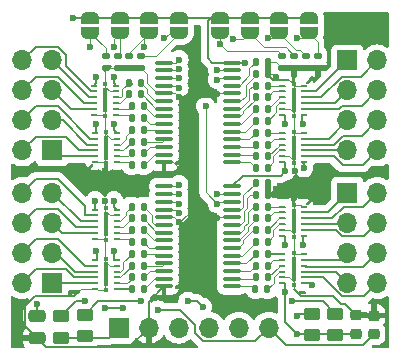
<source format=gbr>
%TF.GenerationSoftware,KiCad,Pcbnew,8.0.3-8.0.3-0~ubuntu22.04.1*%
%TF.CreationDate,2024-07-16T20:39:51+09:00*%
%TF.ProjectId,PCA9685_ver3,50434139-3638-4355-9f76-6572332e6b69,rev?*%
%TF.SameCoordinates,Original*%
%TF.FileFunction,Copper,L1,Top*%
%TF.FilePolarity,Positive*%
%FSLAX46Y46*%
G04 Gerber Fmt 4.6, Leading zero omitted, Abs format (unit mm)*
G04 Created by KiCad (PCBNEW 8.0.3-8.0.3-0~ubuntu22.04.1) date 2024-07-16 20:39:51*
%MOMM*%
%LPD*%
G01*
G04 APERTURE LIST*
G04 Aperture macros list*
%AMRoundRect*
0 Rectangle with rounded corners*
0 $1 Rounding radius*
0 $2 $3 $4 $5 $6 $7 $8 $9 X,Y pos of 4 corners*
0 Add a 4 corners polygon primitive as box body*
4,1,4,$2,$3,$4,$5,$6,$7,$8,$9,$2,$3,0*
0 Add four circle primitives for the rounded corners*
1,1,$1+$1,$2,$3*
1,1,$1+$1,$4,$5*
1,1,$1+$1,$6,$7*
1,1,$1+$1,$8,$9*
0 Add four rect primitives between the rounded corners*
20,1,$1+$1,$2,$3,$4,$5,0*
20,1,$1+$1,$4,$5,$6,$7,0*
20,1,$1+$1,$6,$7,$8,$9,0*
20,1,$1+$1,$8,$9,$2,$3,0*%
%AMFreePoly0*
4,1,19,0.500000,-0.750000,0.000000,-0.750000,0.000000,-0.744911,-0.071157,-0.744911,-0.207708,-0.704816,-0.327430,-0.627875,-0.420627,-0.520320,-0.479746,-0.390866,-0.500000,-0.250000,-0.500000,0.250000,-0.479746,0.390866,-0.420627,0.520320,-0.327430,0.627875,-0.207708,0.704816,-0.071157,0.744911,0.000000,0.744911,0.000000,0.750000,0.500000,0.750000,0.500000,-0.750000,0.500000,-0.750000,
$1*%
%AMFreePoly1*
4,1,19,0.000000,0.744911,0.071157,0.744911,0.207708,0.704816,0.327430,0.627875,0.420627,0.520320,0.479746,0.390866,0.500000,0.250000,0.500000,-0.250000,0.479746,-0.390866,0.420627,-0.520320,0.327430,-0.627875,0.207708,-0.704816,0.071157,-0.744911,0.000000,-0.744911,0.000000,-0.750000,-0.500000,-0.750000,-0.500000,0.750000,0.000000,0.750000,0.000000,0.744911,0.000000,0.744911,
$1*%
G04 Aperture macros list end*
%TA.AperFunction,SMDPad,CuDef*%
%ADD10RoundRect,0.062500X0.187500X0.062500X-0.187500X0.062500X-0.187500X-0.062500X0.187500X-0.062500X0*%
%TD*%
%TA.AperFunction,SMDPad,CuDef*%
%ADD11R,0.350000X2.000000*%
%TD*%
%TA.AperFunction,SMDPad,CuDef*%
%ADD12R,0.350000X0.300000*%
%TD*%
%TA.AperFunction,SMDPad,CuDef*%
%ADD13RoundRect,0.062500X-0.187500X-0.062500X0.187500X-0.062500X0.187500X0.062500X-0.187500X0.062500X0*%
%TD*%
%TA.AperFunction,SMDPad,CuDef*%
%ADD14RoundRect,0.135000X0.135000X0.185000X-0.135000X0.185000X-0.135000X-0.185000X0.135000X-0.185000X0*%
%TD*%
%TA.AperFunction,SMDPad,CuDef*%
%ADD15RoundRect,0.135000X-0.135000X-0.185000X0.135000X-0.185000X0.135000X0.185000X-0.135000X0.185000X0*%
%TD*%
%TA.AperFunction,ComponentPad*%
%ADD16R,1.700000X1.700000*%
%TD*%
%TA.AperFunction,ComponentPad*%
%ADD17O,1.700000X1.700000*%
%TD*%
%TA.AperFunction,SMDPad,CuDef*%
%ADD18RoundRect,0.250000X0.450000X-0.262500X0.450000X0.262500X-0.450000X0.262500X-0.450000X-0.262500X0*%
%TD*%
%TA.AperFunction,SMDPad,CuDef*%
%ADD19FreePoly0,270.000000*%
%TD*%
%TA.AperFunction,SMDPad,CuDef*%
%ADD20FreePoly1,270.000000*%
%TD*%
%TA.AperFunction,SMDPad,CuDef*%
%ADD21RoundRect,0.135000X0.185000X-0.135000X0.185000X0.135000X-0.185000X0.135000X-0.185000X-0.135000X0*%
%TD*%
%TA.AperFunction,SMDPad,CuDef*%
%ADD22RoundRect,0.225000X0.250000X-0.225000X0.250000X0.225000X-0.250000X0.225000X-0.250000X-0.225000X0*%
%TD*%
%TA.AperFunction,SMDPad,CuDef*%
%ADD23RoundRect,0.100000X-0.637500X-0.100000X0.637500X-0.100000X0.637500X0.100000X-0.637500X0.100000X0*%
%TD*%
%TA.AperFunction,SMDPad,CuDef*%
%ADD24RoundRect,0.250000X-0.475000X0.250000X-0.475000X-0.250000X0.475000X-0.250000X0.475000X0.250000X0*%
%TD*%
%TA.AperFunction,ViaPad*%
%ADD25C,0.600000*%
%TD*%
%TA.AperFunction,Conductor*%
%ADD26C,0.100000*%
%TD*%
%TA.AperFunction,Conductor*%
%ADD27C,0.200000*%
%TD*%
G04 APERTURE END LIST*
D10*
%TO.P,U10,1,VM*%
%TO.N,+5V*%
X156625000Y-72250000D03*
%TO.P,U10,2,AOUT1*%
%TO.N,Net-(J4-Pin_4)*%
X156625000Y-71750000D03*
%TO.P,U10,3,AOUT2*%
%TO.N,Net-(J4-Pin_3)*%
X156625000Y-71250000D03*
%TO.P,U10,4,BOUT1*%
%TO.N,Net-(J4-Pin_2)*%
X156625000Y-70750000D03*
%TO.P,U10,5,BOUT2*%
%TO.N,Net-(J4-Pin_1)*%
X156625000Y-70250000D03*
%TO.P,U10,6,GND*%
%TO.N,A4*%
X156625000Y-69750000D03*
%TO.P,U10,7,BIN2*%
%TO.N,HIN2_2*%
X154750000Y-69750000D03*
%TO.P,U10,8,BIN1*%
%TO.N,HIN1_2*%
X154750000Y-70250000D03*
%TO.P,U10,9,AIN2*%
%TO.N,GIN2_2*%
X154750000Y-70750000D03*
%TO.P,U10,10,AIN1*%
%TO.N,GIN1_2*%
X154750000Y-71250000D03*
%TO.P,U10,11,MODE*%
%TO.N,A4*%
X154750000Y-71750000D03*
%TO.P,U10,12,VCC*%
%TO.N,+3V3*%
X154750000Y-72245000D03*
D11*
%TO.P,U10,13,GND*%
%TO.N,A4*%
X155700000Y-71000000D03*
D12*
%TO.P,U10,14,GND*%
X155700000Y-72350000D03*
%TO.P,U10,15,GND*%
X155700000Y-69650000D03*
%TD*%
D10*
%TO.P,U9,1,VM*%
%TO.N,+5V*%
X156625000Y-76250000D03*
%TO.P,U9,2,AOUT1*%
%TO.N,Net-(J4-Pin_8)*%
X156625000Y-75750000D03*
%TO.P,U9,3,AOUT2*%
%TO.N,Net-(J4-Pin_7)*%
X156625000Y-75250000D03*
%TO.P,U9,4,BOUT1*%
%TO.N,Net-(J4-Pin_6)*%
X156625000Y-74750000D03*
%TO.P,U9,5,BOUT2*%
%TO.N,Net-(J4-Pin_5)*%
X156625000Y-74250000D03*
%TO.P,U9,6,GND*%
%TO.N,A4*%
X156625000Y-73750000D03*
%TO.P,U9,7,BIN2*%
%TO.N,FIN2_2*%
X154750000Y-73750000D03*
%TO.P,U9,8,BIN1*%
%TO.N,FIN1_2*%
X154750000Y-74250000D03*
%TO.P,U9,9,AIN2*%
%TO.N,EIN2_2*%
X154750000Y-74750000D03*
%TO.P,U9,10,AIN1*%
%TO.N,EIN1_2*%
X154750000Y-75250000D03*
%TO.P,U9,11,MODE*%
%TO.N,A4*%
X154750000Y-75750000D03*
%TO.P,U9,12,VCC*%
%TO.N,+3V3*%
X154750000Y-76245000D03*
D11*
%TO.P,U9,13,GND*%
%TO.N,A4*%
X155700000Y-75000000D03*
D12*
%TO.P,U9,14,GND*%
X155700000Y-76350000D03*
%TO.P,U9,15,GND*%
X155700000Y-73650000D03*
%TD*%
D10*
%TO.P,U6,1,VM*%
%TO.N,+5V*%
X156625000Y-82500000D03*
%TO.P,U6,2,AOUT1*%
%TO.N,Net-(J3-Pin_4)*%
X156625000Y-82000000D03*
%TO.P,U6,3,AOUT2*%
%TO.N,Net-(J3-Pin_3)*%
X156625000Y-81500000D03*
%TO.P,U6,4,BOUT1*%
%TO.N,Net-(J3-Pin_2)*%
X156625000Y-81000000D03*
%TO.P,U6,5,BOUT2*%
%TO.N,Net-(J3-Pin_1)*%
X156625000Y-80500000D03*
%TO.P,U6,6,GND*%
%TO.N,A4*%
X156625000Y-80000000D03*
%TO.P,U6,7,BIN2*%
%TO.N,HIN2*%
X154750000Y-80000000D03*
%TO.P,U6,8,BIN1*%
%TO.N,HIN1*%
X154750000Y-80500000D03*
%TO.P,U6,9,AIN2*%
%TO.N,GIN2*%
X154750000Y-81000000D03*
%TO.P,U6,10,AIN1*%
%TO.N,GIN1*%
X154750000Y-81500000D03*
%TO.P,U6,11,MODE*%
%TO.N,A4*%
X154750000Y-82000000D03*
%TO.P,U6,12,VCC*%
%TO.N,+3V3*%
X154750000Y-82495000D03*
D11*
%TO.P,U6,13,GND*%
%TO.N,A4*%
X155700000Y-81250000D03*
D12*
%TO.P,U6,14,GND*%
X155700000Y-82600000D03*
%TO.P,U6,15,GND*%
X155700000Y-79900000D03*
%TD*%
D10*
%TO.P,U5,1,VM*%
%TO.N,+5V*%
X156625000Y-86500000D03*
%TO.P,U5,2,AOUT1*%
%TO.N,Net-(J3-Pin_8)*%
X156625000Y-86000000D03*
%TO.P,U5,3,AOUT2*%
%TO.N,Net-(J3-Pin_7)*%
X156625000Y-85500000D03*
%TO.P,U5,4,BOUT1*%
%TO.N,Net-(J3-Pin_6)*%
X156625000Y-85000000D03*
%TO.P,U5,5,BOUT2*%
%TO.N,Net-(J3-Pin_5)*%
X156625000Y-84500000D03*
%TO.P,U5,6,GND*%
%TO.N,A4*%
X156625000Y-84000000D03*
%TO.P,U5,7,BIN2*%
%TO.N,FIN2*%
X154750000Y-84000000D03*
%TO.P,U5,8,BIN1*%
%TO.N,FIN1*%
X154750000Y-84500000D03*
%TO.P,U5,9,AIN2*%
%TO.N,EIN2*%
X154750000Y-85000000D03*
%TO.P,U5,10,AIN1*%
%TO.N,EIN1*%
X154750000Y-85500000D03*
%TO.P,U5,11,MODE*%
%TO.N,A4*%
X154750000Y-86000000D03*
%TO.P,U5,12,VCC*%
%TO.N,+3V3*%
X154750000Y-86495000D03*
D11*
%TO.P,U5,13,GND*%
%TO.N,A4*%
X155700000Y-85250000D03*
D12*
%TO.P,U5,14,GND*%
X155700000Y-86600000D03*
%TO.P,U5,15,GND*%
X155700000Y-83900000D03*
%TD*%
D13*
%TO.P,U4,1,VM*%
%TO.N,+5V*%
X138875000Y-84500000D03*
%TO.P,U4,2,AOUT1*%
%TO.N,Net-(J6-Pin_4)*%
X138875000Y-85000000D03*
%TO.P,U4,3,AOUT2*%
%TO.N,Net-(J6-Pin_3)*%
X138875000Y-85500000D03*
%TO.P,U4,4,BOUT1*%
%TO.N,Net-(J6-Pin_2)*%
X138875000Y-86000000D03*
%TO.P,U4,5,BOUT2*%
%TO.N,Net-(J6-Pin_1)*%
X138875000Y-86500000D03*
%TO.P,U4,6,GND*%
%TO.N,A4*%
X138875000Y-87000000D03*
%TO.P,U4,7,BIN2*%
%TO.N,DIN2*%
X140750000Y-87000000D03*
%TO.P,U4,8,BIN1*%
%TO.N,DIN1*%
X140750000Y-86500000D03*
%TO.P,U4,9,AIN2*%
%TO.N,CIN2*%
X140750000Y-86000000D03*
%TO.P,U4,10,AIN1*%
%TO.N,CIN1*%
X140750000Y-85500000D03*
%TO.P,U4,11,MODE*%
%TO.N,A4*%
X140750000Y-85000000D03*
%TO.P,U4,12,VCC*%
%TO.N,+3V3*%
X140750000Y-84505000D03*
D11*
%TO.P,U4,13,GND*%
%TO.N,A4*%
X139800000Y-85750000D03*
D12*
%TO.P,U4,14,GND*%
X139800000Y-84400000D03*
%TO.P,U4,15,GND*%
X139800000Y-87100000D03*
%TD*%
D13*
%TO.P,U3,1,VM*%
%TO.N,+5V*%
X138875000Y-80250000D03*
%TO.P,U3,2,AOUT1*%
%TO.N,Net-(J6-Pin_8)*%
X138875000Y-80750000D03*
%TO.P,U3,3,AOUT2*%
%TO.N,Net-(J6-Pin_7)*%
X138875000Y-81250000D03*
%TO.P,U3,4,BOUT1*%
%TO.N,Net-(J6-Pin_6)*%
X138875000Y-81750000D03*
%TO.P,U3,5,BOUT2*%
%TO.N,Net-(J6-Pin_5)*%
X138875000Y-82250000D03*
%TO.P,U3,6,GND*%
%TO.N,A4*%
X138875000Y-82750000D03*
%TO.P,U3,7,BIN2*%
%TO.N,BIN2*%
X140750000Y-82750000D03*
%TO.P,U3,8,BIN1*%
%TO.N,BIN1*%
X140750000Y-82250000D03*
%TO.P,U3,9,AIN2*%
%TO.N,AIN2*%
X140750000Y-81750000D03*
%TO.P,U3,10,AIN1*%
%TO.N,AIN1*%
X140750000Y-81250000D03*
%TO.P,U3,11,MODE*%
%TO.N,A4*%
X140750000Y-80750000D03*
%TO.P,U3,12,VCC*%
%TO.N,+3V3*%
X140750000Y-80255000D03*
D11*
%TO.P,U3,13,GND*%
%TO.N,A4*%
X139800000Y-81500000D03*
D12*
%TO.P,U3,14,GND*%
X139800000Y-80150000D03*
%TO.P,U3,15,GND*%
X139800000Y-82850000D03*
%TD*%
D13*
%TO.P,U8,1,VM*%
%TO.N,+5V*%
X138875000Y-73750000D03*
%TO.P,U8,2,AOUT1*%
%TO.N,Net-(J1-Pin_4)*%
X138875000Y-74250000D03*
%TO.P,U8,3,AOUT2*%
%TO.N,Net-(J1-Pin_3)*%
X138875000Y-74750000D03*
%TO.P,U8,4,BOUT1*%
%TO.N,Net-(J1-Pin_2)*%
X138875000Y-75250000D03*
%TO.P,U8,5,BOUT2*%
%TO.N,Net-(J1-Pin_1)*%
X138875000Y-75750000D03*
%TO.P,U8,6,GND*%
%TO.N,A4*%
X138875000Y-76250000D03*
%TO.P,U8,7,BIN2*%
%TO.N,DIN2_2*%
X140750000Y-76250000D03*
%TO.P,U8,8,BIN1*%
%TO.N,DIN1_2*%
X140750000Y-75750000D03*
%TO.P,U8,9,AIN2*%
%TO.N,CIN2_2*%
X140750000Y-75250000D03*
%TO.P,U8,10,AIN1*%
%TO.N,CIN1_2*%
X140750000Y-74750000D03*
%TO.P,U8,11,MODE*%
%TO.N,A4*%
X140750000Y-74250000D03*
%TO.P,U8,12,VCC*%
%TO.N,+3V3*%
X140750000Y-73755000D03*
D11*
%TO.P,U8,13,GND*%
%TO.N,A4*%
X139800000Y-75000000D03*
D12*
%TO.P,U8,14,GND*%
X139800000Y-73650000D03*
%TO.P,U8,15,GND*%
X139800000Y-76350000D03*
%TD*%
D13*
%TO.P,U7,1,VM*%
%TO.N,+5V*%
X138825000Y-69750000D03*
%TO.P,U7,2,AOUT1*%
%TO.N,Net-(J1-Pin_8)*%
X138825000Y-70250000D03*
%TO.P,U7,3,AOUT2*%
%TO.N,Net-(J1-Pin_7)*%
X138825000Y-70750000D03*
%TO.P,U7,4,BOUT1*%
%TO.N,Net-(J1-Pin_6)*%
X138825000Y-71250000D03*
%TO.P,U7,5,BOUT2*%
%TO.N,Net-(J1-Pin_5)*%
X138825000Y-71750000D03*
%TO.P,U7,6,GND*%
%TO.N,A4*%
X138825000Y-72250000D03*
%TO.P,U7,7,BIN2*%
%TO.N,BIN2_2*%
X140700000Y-72250000D03*
%TO.P,U7,8,BIN1*%
%TO.N,BIN1_2*%
X140700000Y-71750000D03*
%TO.P,U7,9,AIN2*%
%TO.N,AIN2_2*%
X140700000Y-71250000D03*
%TO.P,U7,10,AIN1*%
%TO.N,AIN1_2*%
X140700000Y-70750000D03*
%TO.P,U7,11,MODE*%
%TO.N,A4*%
X140700000Y-70250000D03*
%TO.P,U7,12,VCC*%
%TO.N,+3V3*%
X140700000Y-69755000D03*
D11*
%TO.P,U7,13,GND*%
%TO.N,A4*%
X139750000Y-71000000D03*
D12*
%TO.P,U7,14,GND*%
X139750000Y-69650000D03*
%TO.P,U7,15,GND*%
X139750000Y-72350000D03*
%TD*%
D14*
%TO.P,R6,1*%
%TO.N,Net-(U1-PWM3)*%
X143000000Y-83000000D03*
%TO.P,R6,2*%
%TO.N,BIN2*%
X141980000Y-83000000D03*
%TD*%
D15*
%TO.P,R1,1*%
%TO.N,Net-(U1-#OE)*%
X152490000Y-79000000D03*
%TO.P,R1,2*%
%TO.N,A4*%
X153510000Y-79000000D03*
%TD*%
D16*
%TO.P,J2,1,Pin_1*%
%TO.N,+3V3*%
X140900000Y-90250000D03*
D17*
%TO.P,J2,2,Pin_2*%
%TO.N,A4*%
X143440000Y-90250000D03*
%TO.P,J2,3,Pin_3*%
%TO.N,SDA*%
X145980000Y-90250000D03*
%TO.P,J2,4,Pin_4*%
%TO.N,SCL*%
X148520000Y-90250000D03*
%TO.P,J2,5,Pin_5*%
%TO.N,OE*%
X151060000Y-90250000D03*
%TO.P,J2,6,Pin_6*%
%TO.N,+5V*%
X153600000Y-90250000D03*
%TD*%
D16*
%TO.P,J6,1,Pin_1*%
%TO.N,Net-(J6-Pin_1)*%
X135250000Y-86450000D03*
D17*
%TO.P,J6,2,Pin_2*%
%TO.N,Net-(J6-Pin_2)*%
X132710000Y-86450000D03*
%TO.P,J6,3,Pin_3*%
%TO.N,Net-(J6-Pin_3)*%
X135250000Y-83910000D03*
%TO.P,J6,4,Pin_4*%
%TO.N,Net-(J6-Pin_4)*%
X132710000Y-83910000D03*
%TO.P,J6,5,Pin_5*%
%TO.N,Net-(J6-Pin_5)*%
X135250000Y-81370000D03*
%TO.P,J6,6,Pin_6*%
%TO.N,Net-(J6-Pin_6)*%
X132710000Y-81370000D03*
%TO.P,J6,7,Pin_7*%
%TO.N,Net-(J6-Pin_7)*%
X135250000Y-78830000D03*
%TO.P,J6,8,Pin_8*%
%TO.N,Net-(J6-Pin_8)*%
X132710000Y-78830000D03*
%TD*%
D18*
%TO.P,R25,1*%
%TO.N,+3V3*%
X157250000Y-90912500D03*
%TO.P,R25,2*%
%TO.N,SDA*%
X157250000Y-89087500D03*
%TD*%
D15*
%TO.P,R12,1*%
%TO.N,Net-(U1-PWM9)*%
X152490000Y-86000000D03*
%TO.P,R12,2*%
%TO.N,EIN2*%
X153510000Y-86000000D03*
%TD*%
D19*
%TO.P,JP14,1,A*%
%TO.N,+3V3*%
X157000000Y-64000000D03*
D20*
%TO.P,JP14,2,B*%
%TO.N,A3_2*%
X157000000Y-65300000D03*
%TD*%
D15*
%TO.P,R13,1*%
%TO.N,Net-(U1-PWM10)*%
X152490000Y-85000000D03*
%TO.P,R13,2*%
%TO.N,FIN1*%
X153510000Y-85000000D03*
%TD*%
D14*
%TO.P,R33,1*%
%TO.N,Net-(U2-PWM2)*%
X143010000Y-71500000D03*
%TO.P,R33,2*%
%TO.N,BIN1_2*%
X141990000Y-71500000D03*
%TD*%
D21*
%TO.P,R49,1*%
%TO.N,A4*%
X156750000Y-68260000D03*
%TO.P,R49,2*%
%TO.N,A2_2*%
X156750000Y-67240000D03*
%TD*%
D14*
%TO.P,R10,1*%
%TO.N,Net-(U1-PWM7)*%
X143000000Y-87000000D03*
%TO.P,R10,2*%
%TO.N,DIN2*%
X141980000Y-87000000D03*
%TD*%
D15*
%TO.P,R42,1*%
%TO.N,Net-(U2-PWM11)*%
X152500000Y-73750000D03*
%TO.P,R42,2*%
%TO.N,FIN2_2*%
X153520000Y-73750000D03*
%TD*%
D22*
%TO.P,C1,1*%
%TO.N,+3V3*%
X161000000Y-90750000D03*
%TO.P,C1,2*%
%TO.N,A4*%
X161000000Y-89200000D03*
%TD*%
D23*
%TO.P,U1,1,A0*%
%TO.N,A0*%
X144737500Y-78300000D03*
%TO.P,U1,2,A1*%
%TO.N,A1*%
X144737500Y-78950000D03*
%TO.P,U1,3,A2*%
%TO.N,A2*%
X144737500Y-79600000D03*
%TO.P,U1,4,A3*%
%TO.N,A3*%
X144737500Y-80250000D03*
%TO.P,U1,5,A4*%
%TO.N,A4*%
X144737500Y-80900000D03*
%TO.P,U1,6,PWM0*%
%TO.N,Net-(U1-PWM0)*%
X144737500Y-81550000D03*
%TO.P,U1,7,PWM1*%
%TO.N,Net-(U1-PWM1)*%
X144737500Y-82200000D03*
%TO.P,U1,8,PWM2*%
%TO.N,Net-(U1-PWM2)*%
X144737500Y-82850000D03*
%TO.P,U1,9,PWM3*%
%TO.N,Net-(U1-PWM3)*%
X144737500Y-83500000D03*
%TO.P,U1,10,PWM4*%
%TO.N,Net-(U1-PWM4)*%
X144737500Y-84150000D03*
%TO.P,U1,11,PWM5*%
%TO.N,Net-(U1-PWM5)*%
X144737500Y-84800000D03*
%TO.P,U1,12,PWM6*%
%TO.N,Net-(U1-PWM6)*%
X144737500Y-85450000D03*
%TO.P,U1,13,PWM7*%
%TO.N,Net-(U1-PWM7)*%
X144737500Y-86100000D03*
%TO.P,U1,14,GND*%
%TO.N,A4*%
X144737500Y-86750000D03*
%TO.P,U1,15,PWM8*%
%TO.N,Net-(U1-PWM8)*%
X150462500Y-86750000D03*
%TO.P,U1,16,PWM9*%
%TO.N,Net-(U1-PWM9)*%
X150462500Y-86100000D03*
%TO.P,U1,17,PWM10*%
%TO.N,Net-(U1-PWM10)*%
X150462500Y-85450000D03*
%TO.P,U1,18,PWM11*%
%TO.N,Net-(U1-PWM11)*%
X150462500Y-84800000D03*
%TO.P,U1,19,PWM12*%
%TO.N,Net-(U1-PWM12)*%
X150462500Y-84150000D03*
%TO.P,U1,20,PWM13*%
%TO.N,Net-(U1-PWM13)*%
X150462500Y-83500000D03*
%TO.P,U1,21,PWM14*%
%TO.N,Net-(U1-PWM14)*%
X150462500Y-82850000D03*
%TO.P,U1,22,PWM15*%
%TO.N,Net-(U1-PWM15)*%
X150462500Y-82200000D03*
%TO.P,U1,23,#OE*%
%TO.N,Net-(U1-#OE)*%
X150462500Y-81550000D03*
%TO.P,U1,24,A5*%
%TO.N,A4*%
X150462500Y-80900000D03*
%TO.P,U1,25,EXTCLK*%
%TO.N,Net-(U1-EXTCLK)*%
X150462500Y-80250000D03*
%TO.P,U1,26,SCL*%
%TO.N,SCL*%
X150462500Y-79600000D03*
%TO.P,U1,27,SDA*%
%TO.N,SDA*%
X150462500Y-78950000D03*
%TO.P,U1,28,VDD*%
%TO.N,+3V3*%
X150462500Y-78300000D03*
%TD*%
D15*
%TO.P,R41,1*%
%TO.N,Net-(U2-PWM10)*%
X152500000Y-74750000D03*
%TO.P,R41,2*%
%TO.N,FIN1_2*%
X153520000Y-74750000D03*
%TD*%
D18*
%TO.P,R27,1*%
%TO.N,+3V3*%
X136000000Y-91087500D03*
%TO.P,R27,2*%
%TO.N,SDA*%
X136000000Y-89262500D03*
%TD*%
D19*
%TO.P,JP1,1,A*%
%TO.N,+3V3*%
X146000000Y-64000000D03*
D20*
%TO.P,JP1,2,B*%
%TO.N,A0*%
X146000000Y-65300000D03*
%TD*%
D14*
%TO.P,R3,1*%
%TO.N,Net-(U1-PWM0)*%
X143000000Y-80000000D03*
%TO.P,R3,2*%
%TO.N,AIN1*%
X141980000Y-80000000D03*
%TD*%
D19*
%TO.P,JP4,1,A*%
%TO.N,+3V3*%
X138500000Y-64000000D03*
D20*
%TO.P,JP4,2,B*%
%TO.N,A3*%
X138500000Y-65300000D03*
%TD*%
D14*
%TO.P,R38,1*%
%TO.N,Net-(U2-PWM7)*%
X143010000Y-76500000D03*
%TO.P,R38,2*%
%TO.N,DIN2_2*%
X141990000Y-76500000D03*
%TD*%
D15*
%TO.P,R17,1*%
%TO.N,Net-(U1-PWM14)*%
X152490000Y-81000000D03*
%TO.P,R17,2*%
%TO.N,HIN1*%
X153510000Y-81000000D03*
%TD*%
D19*
%TO.P,JP13,1,A*%
%TO.N,+3V3*%
X154500000Y-64000000D03*
D20*
%TO.P,JP13,2,B*%
%TO.N,A2_2*%
X154500000Y-65300000D03*
%TD*%
D16*
%TO.P,J1,1,Pin_1*%
%TO.N,Net-(J1-Pin_1)*%
X135250000Y-75250000D03*
D17*
%TO.P,J1,2,Pin_2*%
%TO.N,Net-(J1-Pin_2)*%
X132710000Y-75250000D03*
%TO.P,J1,3,Pin_3*%
%TO.N,Net-(J1-Pin_3)*%
X135250000Y-72710000D03*
%TO.P,J1,4,Pin_4*%
%TO.N,Net-(J1-Pin_4)*%
X132710000Y-72710000D03*
%TO.P,J1,5,Pin_5*%
%TO.N,Net-(J1-Pin_5)*%
X135250000Y-70170000D03*
%TO.P,J1,6,Pin_6*%
%TO.N,Net-(J1-Pin_6)*%
X132710000Y-70170000D03*
%TO.P,J1,7,Pin_7*%
%TO.N,Net-(J1-Pin_7)*%
X135250000Y-67630000D03*
%TO.P,J1,8,Pin_8*%
%TO.N,Net-(J1-Pin_8)*%
X132710000Y-67630000D03*
%TD*%
D19*
%TO.P,JP11,1,A*%
%TO.N,+3V3*%
X149500000Y-64000000D03*
D20*
%TO.P,JP11,2,B*%
%TO.N,A0_2*%
X149500000Y-65300000D03*
%TD*%
D14*
%TO.P,R4,1*%
%TO.N,Net-(U1-PWM1)*%
X143000000Y-81000000D03*
%TO.P,R4,2*%
%TO.N,AIN2*%
X141980000Y-81000000D03*
%TD*%
D15*
%TO.P,R16,1*%
%TO.N,Net-(U1-PWM13)*%
X152490000Y-81990000D03*
%TO.P,R16,2*%
%TO.N,GIN2*%
X153510000Y-81990000D03*
%TD*%
D16*
%TO.P,J4,1,Pin_1*%
%TO.N,Net-(J4-Pin_1)*%
X160250000Y-67630000D03*
D17*
%TO.P,J4,2,Pin_2*%
%TO.N,Net-(J4-Pin_2)*%
X162790000Y-67630000D03*
%TO.P,J4,3,Pin_3*%
%TO.N,Net-(J4-Pin_3)*%
X160250000Y-70170000D03*
%TO.P,J4,4,Pin_4*%
%TO.N,Net-(J4-Pin_4)*%
X162790000Y-70170000D03*
%TO.P,J4,5,Pin_5*%
%TO.N,Net-(J4-Pin_5)*%
X160250000Y-72710000D03*
%TO.P,J4,6,Pin_6*%
%TO.N,Net-(J4-Pin_6)*%
X162790000Y-72710000D03*
%TO.P,J4,7,Pin_7*%
%TO.N,Net-(J4-Pin_7)*%
X160250000Y-75250000D03*
%TO.P,J4,8,Pin_8*%
%TO.N,Net-(J4-Pin_8)*%
X162790000Y-75250000D03*
%TD*%
D21*
%TO.P,R47,1*%
%TO.N,A4*%
X154750000Y-68250000D03*
%TO.P,R47,2*%
%TO.N,A0_2*%
X154750000Y-67230000D03*
%TD*%
%TO.P,R50,1*%
%TO.N,A4*%
X157750000Y-68260000D03*
%TO.P,R50,2*%
%TO.N,A3_2*%
X157750000Y-67240000D03*
%TD*%
D15*
%TO.P,R11,1*%
%TO.N,Net-(U1-PWM8)*%
X152470000Y-87000000D03*
%TO.P,R11,2*%
%TO.N,EIN1*%
X153490000Y-87000000D03*
%TD*%
%TO.P,R18,1*%
%TO.N,Net-(U1-PWM15)*%
X152490000Y-80000000D03*
%TO.P,R18,2*%
%TO.N,HIN2*%
X153510000Y-80000000D03*
%TD*%
D22*
%TO.P,C3,1*%
%TO.N,+5V*%
X162500000Y-90775000D03*
%TO.P,C3,2*%
%TO.N,A4*%
X162500000Y-89225000D03*
%TD*%
D21*
%TO.P,R48,1*%
%TO.N,A4*%
X155750000Y-68260000D03*
%TO.P,R48,2*%
%TO.N,A1_2*%
X155750000Y-67240000D03*
%TD*%
D23*
%TO.P,U2,1,A0*%
%TO.N,A0_2*%
X144737500Y-67815000D03*
%TO.P,U2,2,A1*%
%TO.N,A1_2*%
X144737500Y-68465000D03*
%TO.P,U2,3,A2*%
%TO.N,A2_2*%
X144737500Y-69115000D03*
%TO.P,U2,4,A3*%
%TO.N,A3_2*%
X144737500Y-69765000D03*
%TO.P,U2,5,A4*%
%TO.N,A4*%
X144737500Y-70415000D03*
%TO.P,U2,6,PWM0*%
%TO.N,Net-(U2-PWM0)*%
X144737500Y-71065000D03*
%TO.P,U2,7,PWM1*%
%TO.N,Net-(U2-PWM1)*%
X144737500Y-71715000D03*
%TO.P,U2,8,PWM2*%
%TO.N,Net-(U2-PWM2)*%
X144737500Y-72365000D03*
%TO.P,U2,9,PWM3*%
%TO.N,Net-(U2-PWM3)*%
X144737500Y-73015000D03*
%TO.P,U2,10,PWM4*%
%TO.N,Net-(U2-PWM4)*%
X144737500Y-73665000D03*
%TO.P,U2,11,PWM5*%
%TO.N,Net-(U2-PWM5)*%
X144737500Y-74315000D03*
%TO.P,U2,12,PWM6*%
%TO.N,Net-(U2-PWM6)*%
X144737500Y-74965000D03*
%TO.P,U2,13,PWM7*%
%TO.N,Net-(U2-PWM7)*%
X144737500Y-75615000D03*
%TO.P,U2,14,GND*%
%TO.N,A4*%
X144737500Y-76265000D03*
%TO.P,U2,15,PWM8*%
%TO.N,Net-(U2-PWM8)*%
X150462500Y-76265000D03*
%TO.P,U2,16,PWM9*%
%TO.N,Net-(U2-PWM9)*%
X150462500Y-75615000D03*
%TO.P,U2,17,PWM10*%
%TO.N,Net-(U2-PWM10)*%
X150462500Y-74965000D03*
%TO.P,U2,18,PWM11*%
%TO.N,Net-(U2-PWM11)*%
X150462500Y-74315000D03*
%TO.P,U2,19,PWM12*%
%TO.N,Net-(U2-PWM12)*%
X150462500Y-73665000D03*
%TO.P,U2,20,PWM13*%
%TO.N,Net-(U2-PWM13)*%
X150462500Y-73015000D03*
%TO.P,U2,21,PWM14*%
%TO.N,Net-(U2-PWM14)*%
X150462500Y-72365000D03*
%TO.P,U2,22,PWM15*%
%TO.N,Net-(U2-PWM15)*%
X150462500Y-71715000D03*
%TO.P,U2,23,#OE*%
%TO.N,Net-(U2-#OE)*%
X150462500Y-71065000D03*
%TO.P,U2,24,A5*%
%TO.N,A4*%
X150462500Y-70415000D03*
%TO.P,U2,25,EXTCLK*%
%TO.N,Net-(U2-EXTCLK)*%
X150462500Y-69765000D03*
%TO.P,U2,26,SCL*%
%TO.N,SCL*%
X150462500Y-69115000D03*
%TO.P,U2,27,SDA*%
%TO.N,SDA*%
X150462500Y-68465000D03*
%TO.P,U2,28,VDD*%
%TO.N,+3V3*%
X150462500Y-67815000D03*
%TD*%
D18*
%TO.P,R28,1*%
%TO.N,+3V3*%
X138000000Y-91000000D03*
%TO.P,R28,2*%
%TO.N,SCL*%
X138000000Y-89175000D03*
%TD*%
%TO.P,R26,1*%
%TO.N,+3V3*%
X159250000Y-90912500D03*
%TO.P,R26,2*%
%TO.N,SCL*%
X159250000Y-89087500D03*
%TD*%
D14*
%TO.P,R35,1*%
%TO.N,Net-(U2-PWM4)*%
X143010000Y-73500000D03*
%TO.P,R35,2*%
%TO.N,CIN1_2*%
X141990000Y-73500000D03*
%TD*%
%TO.P,R34,1*%
%TO.N,Net-(U2-PWM3)*%
X143010000Y-72500000D03*
%TO.P,R34,2*%
%TO.N,BIN2_2*%
X141990000Y-72500000D03*
%TD*%
D15*
%TO.P,R43,1*%
%TO.N,Net-(U2-PWM12)*%
X152490000Y-72750000D03*
%TO.P,R43,2*%
%TO.N,GIN1_2*%
X153510000Y-72750000D03*
%TD*%
D14*
%TO.P,R31,1*%
%TO.N,Net-(U2-PWM0)*%
X142760000Y-69500000D03*
%TO.P,R31,2*%
%TO.N,AIN1_2*%
X141740000Y-69500000D03*
%TD*%
%TO.P,R8,1*%
%TO.N,Net-(U1-PWM5)*%
X143000000Y-85000000D03*
%TO.P,R8,2*%
%TO.N,CIN2*%
X141980000Y-85000000D03*
%TD*%
%TO.P,R36,1*%
%TO.N,Net-(U2-PWM5)*%
X143000000Y-74500000D03*
%TO.P,R36,2*%
%TO.N,CIN2_2*%
X141980000Y-74500000D03*
%TD*%
%TO.P,R32,1*%
%TO.N,Net-(U2-PWM1)*%
X142750000Y-70500000D03*
%TO.P,R32,2*%
%TO.N,AIN2_2*%
X141730000Y-70500000D03*
%TD*%
D15*
%TO.P,R40,1*%
%TO.N,Net-(U2-PWM9)*%
X152500000Y-75740000D03*
%TO.P,R40,2*%
%TO.N,EIN2_2*%
X153520000Y-75740000D03*
%TD*%
D21*
%TO.P,R20,1*%
%TO.N,A4*%
X141800000Y-68260000D03*
%TO.P,R20,2*%
%TO.N,A1*%
X141800000Y-67240000D03*
%TD*%
D15*
%TO.P,R29,1*%
%TO.N,Net-(U2-#OE)*%
X152480000Y-68750000D03*
%TO.P,R29,2*%
%TO.N,A4*%
X153500000Y-68750000D03*
%TD*%
D14*
%TO.P,R37,1*%
%TO.N,Net-(U2-PWM6)*%
X143000000Y-75470000D03*
%TO.P,R37,2*%
%TO.N,DIN1_2*%
X141980000Y-75470000D03*
%TD*%
%TO.P,R7,1*%
%TO.N,Net-(U1-PWM4)*%
X143000000Y-84000000D03*
%TO.P,R7,2*%
%TO.N,CIN1*%
X141980000Y-84000000D03*
%TD*%
D15*
%TO.P,R30,1*%
%TO.N,Net-(U2-EXTCLK)*%
X152480000Y-67750000D03*
%TO.P,R30,2*%
%TO.N,A4*%
X153500000Y-67750000D03*
%TD*%
D19*
%TO.P,JP3,1,A*%
%TO.N,+3V3*%
X141000000Y-64000000D03*
D20*
%TO.P,JP3,2,B*%
%TO.N,A2*%
X141000000Y-65300000D03*
%TD*%
D19*
%TO.P,JP12,1,A*%
%TO.N,+3V3*%
X152000000Y-64000000D03*
D20*
%TO.P,JP12,2,B*%
%TO.N,A1_2*%
X152000000Y-65300000D03*
%TD*%
D15*
%TO.P,R39,1*%
%TO.N,Net-(U2-PWM8)*%
X152490000Y-76750000D03*
%TO.P,R39,2*%
%TO.N,EIN1_2*%
X153510000Y-76750000D03*
%TD*%
%TO.P,R44,1*%
%TO.N,Net-(U2-PWM13)*%
X152490000Y-71750000D03*
%TO.P,R44,2*%
%TO.N,GIN2_2*%
X153510000Y-71750000D03*
%TD*%
D19*
%TO.P,JP2,1,A*%
%TO.N,+3V3*%
X143500000Y-64000000D03*
D20*
%TO.P,JP2,2,B*%
%TO.N,A1*%
X143500000Y-65300000D03*
%TD*%
D15*
%TO.P,R2,1*%
%TO.N,Net-(U1-EXTCLK)*%
X152490000Y-78000000D03*
%TO.P,R2,2*%
%TO.N,A4*%
X153510000Y-78000000D03*
%TD*%
%TO.P,R45,1*%
%TO.N,Net-(U2-PWM14)*%
X152480000Y-70750000D03*
%TO.P,R45,2*%
%TO.N,HIN1_2*%
X153500000Y-70750000D03*
%TD*%
%TO.P,R15,1*%
%TO.N,Net-(U1-PWM12)*%
X152480000Y-83000000D03*
%TO.P,R15,2*%
%TO.N,GIN1*%
X153500000Y-83000000D03*
%TD*%
%TO.P,R46,1*%
%TO.N,Net-(U2-PWM15)*%
X152490000Y-69750000D03*
%TO.P,R46,2*%
%TO.N,HIN2_2*%
X153510000Y-69750000D03*
%TD*%
D21*
%TO.P,R22,1*%
%TO.N,A4*%
X139810000Y-68260000D03*
%TO.P,R22,2*%
%TO.N,A3*%
X139810000Y-67240000D03*
%TD*%
%TO.P,R19,1*%
%TO.N,A4*%
X142800000Y-68260000D03*
%TO.P,R19,2*%
%TO.N,A0*%
X142800000Y-67240000D03*
%TD*%
D14*
%TO.P,R5,1*%
%TO.N,Net-(U1-PWM2)*%
X143000000Y-82000000D03*
%TO.P,R5,2*%
%TO.N,BIN1*%
X141980000Y-82000000D03*
%TD*%
D15*
%TO.P,R14,1*%
%TO.N,Net-(U1-PWM11)*%
X152490000Y-84000000D03*
%TO.P,R14,2*%
%TO.N,FIN2*%
X153510000Y-84000000D03*
%TD*%
D21*
%TO.P,R21,1*%
%TO.N,A4*%
X140810000Y-68260000D03*
%TO.P,R21,2*%
%TO.N,A2*%
X140810000Y-67240000D03*
%TD*%
D14*
%TO.P,R9,1*%
%TO.N,Net-(U1-PWM6)*%
X143000000Y-86000000D03*
%TO.P,R9,2*%
%TO.N,DIN1*%
X141980000Y-86000000D03*
%TD*%
D16*
%TO.P,J3,1,Pin_1*%
%TO.N,Net-(J3-Pin_1)*%
X160250000Y-78830000D03*
D17*
%TO.P,J3,2,Pin_2*%
%TO.N,Net-(J3-Pin_2)*%
X162790000Y-78830000D03*
%TO.P,J3,3,Pin_3*%
%TO.N,Net-(J3-Pin_3)*%
X160250000Y-81370000D03*
%TO.P,J3,4,Pin_4*%
%TO.N,Net-(J3-Pin_4)*%
X162790000Y-81370000D03*
%TO.P,J3,5,Pin_5*%
%TO.N,Net-(J3-Pin_5)*%
X160250000Y-83910000D03*
%TO.P,J3,6,Pin_6*%
%TO.N,Net-(J3-Pin_6)*%
X162790000Y-83910000D03*
%TO.P,J3,7,Pin_7*%
%TO.N,Net-(J3-Pin_7)*%
X160250000Y-86450000D03*
%TO.P,J3,8,Pin_8*%
%TO.N,Net-(J3-Pin_8)*%
X162790000Y-86450000D03*
%TD*%
D24*
%TO.P,C2,1*%
%TO.N,+5V*%
X134000000Y-89225000D03*
%TO.P,C2,2*%
%TO.N,A4*%
X134000000Y-91125000D03*
%TD*%
D25*
%TO.N,+3V3*%
X155000000Y-87250000D03*
X137000000Y-64000000D03*
X155000000Y-83250000D03*
X140500000Y-83750000D03*
X155000000Y-73000000D03*
X156000000Y-90750000D03*
X140500000Y-73000000D03*
X140500000Y-69000000D03*
X140500000Y-79500000D03*
X155000000Y-77000000D03*
X151619329Y-67832853D03*
%TO.N,+5V*%
X157250000Y-86600000D03*
X156500000Y-73000000D03*
X138899994Y-79500000D03*
X156553399Y-76730929D03*
X134000000Y-88250000D03*
X139000000Y-69000000D03*
X141250000Y-88600000D03*
X144250000Y-88750000D03*
X139750000Y-88600000D03*
X139000000Y-83750000D03*
X139000000Y-73000000D03*
X156500000Y-83250000D03*
%TO.N,SCL*%
X148000000Y-88500000D03*
X155600000Y-88000000D03*
X142750000Y-88000000D03*
X149250000Y-79750000D03*
X149250000Y-69250000D03*
X146750000Y-88000000D03*
X148250000Y-71500000D03*
%TO.N,SDA*%
X149250000Y-78949997D03*
X149250000Y-68449997D03*
X138000000Y-88000000D03*
X156000000Y-89250000D03*
%TO.N,A0*%
X145997012Y-78141047D03*
X144750000Y-65750000D03*
%TO.N,A1*%
X143000109Y-66470003D03*
X145997016Y-78941048D03*
%TO.N,A2*%
X140500000Y-66500000D03*
X146000639Y-79741042D03*
%TO.N,A3*%
X145999635Y-80541044D03*
X138500000Y-66500000D03*
%TO.N,A4*%
X139699997Y-79500000D03*
X139750000Y-77000000D03*
X154250000Y-69000000D03*
X146000047Y-81341046D03*
X149250000Y-70500000D03*
X146000000Y-70750000D03*
X155800003Y-77000000D03*
X149250000Y-81000000D03*
X154250000Y-78500000D03*
X155750000Y-79250000D03*
%TO.N,A0_2*%
X149500000Y-66250000D03*
X146000000Y-67549988D03*
%TO.N,A1_2*%
X146000000Y-68349991D03*
X150591893Y-65848895D03*
%TO.N,A2_2*%
X146000000Y-69149994D03*
X153500000Y-65750000D03*
%TO.N,A3_2*%
X146000000Y-69949997D03*
X156000000Y-65750000D03*
%TD*%
D26*
%TO.N,CIN2*%
X141980000Y-85000000D02*
X141980000Y-85020000D01*
X141980000Y-85020000D02*
X141000000Y-86000000D01*
X141000000Y-86000000D02*
X140750000Y-86000000D01*
%TO.N,EIN1*%
X154500000Y-85500000D02*
X154750000Y-85500000D01*
%TO.N,FIN1*%
X154000000Y-84500000D02*
X154750000Y-84500000D01*
D27*
%TO.N,FIN2*%
X153510000Y-84000000D02*
X154750000Y-84000000D01*
%TO.N,Net-(J3-Pin_5)*%
X156625000Y-84500000D02*
X159660000Y-84500000D01*
%TO.N,Net-(J3-Pin_6)*%
X156625000Y-85000000D02*
X156749999Y-85124999D01*
X156749999Y-85124999D02*
X161575001Y-85124999D01*
X161575001Y-85124999D02*
X162790000Y-83910000D01*
%TO.N,Net-(J3-Pin_7)*%
X156625000Y-85500000D02*
X159300000Y-85500000D01*
%TO.N,Net-(J3-Pin_8)*%
X156625000Y-86000000D02*
X158173654Y-86000000D01*
D26*
%TO.N,CIN1*%
X141980000Y-84000000D02*
X141250000Y-84730000D01*
X141250000Y-84730000D02*
X141250000Y-85250000D01*
X141250000Y-85250000D02*
X141000000Y-85500000D01*
X141000000Y-85500000D02*
X140750000Y-85500000D01*
D27*
%TO.N,DIN2*%
X141980000Y-87000000D02*
X140750000Y-87000000D01*
D26*
%TO.N,DIN1*%
X141611786Y-86500000D02*
X140750000Y-86500000D01*
D27*
%TO.N,Net-(J6-Pin_1)*%
X138875000Y-86500000D02*
X135300000Y-86500000D01*
X135300000Y-86500000D02*
X135250000Y-86450000D01*
%TO.N,Net-(J6-Pin_2)*%
X137100000Y-86000000D02*
X138875000Y-86000000D01*
%TO.N,Net-(J6-Pin_3)*%
X137165686Y-85500000D02*
X138875000Y-85500000D01*
%TO.N,Net-(J6-Pin_4)*%
X138000000Y-85000000D02*
X138875000Y-85000000D01*
D26*
%TO.N,BIN2*%
X141730000Y-82750000D02*
X140750000Y-82750000D01*
%TO.N,BIN1*%
X141980000Y-82000000D02*
X141730000Y-82250000D01*
X141730000Y-82250000D02*
X140750000Y-82250000D01*
%TO.N,AIN2*%
X141230000Y-81750000D02*
X140750000Y-81750000D01*
%TO.N,A4*%
X140135000Y-80750000D02*
X140750000Y-80750000D01*
%TO.N,AIN1*%
X141000000Y-81250000D02*
X140750000Y-81250000D01*
D27*
%TO.N,Net-(J6-Pin_5)*%
X136130000Y-82250000D02*
X138875000Y-82250000D01*
%TO.N,Net-(J6-Pin_6)*%
X137256346Y-81750000D02*
X138875000Y-81750000D01*
%TO.N,Net-(J6-Pin_7)*%
X137670000Y-81250000D02*
X138875000Y-81250000D01*
%TO.N,Net-(J6-Pin_8)*%
X138000000Y-80750000D02*
X138875000Y-80750000D01*
%TO.N,+5V*%
X138899994Y-79500000D02*
X138899994Y-80225006D01*
X138899994Y-80225006D02*
X138875000Y-80250000D01*
%TO.N,+3V3*%
X140500000Y-79500000D02*
X140500000Y-80005000D01*
X140500000Y-80005000D02*
X140750000Y-80255000D01*
%TO.N,Net-(J1-Pin_4)*%
X138500000Y-74250000D02*
X138875000Y-74250000D01*
%TO.N,Net-(J1-Pin_3)*%
X138250000Y-74750000D02*
X138875000Y-74750000D01*
%TO.N,Net-(J1-Pin_2)*%
X137550000Y-75250000D02*
X138875000Y-75250000D01*
%TO.N,Net-(J1-Pin_1)*%
X138875000Y-75750000D02*
X135750000Y-75750000D01*
X135750000Y-75750000D02*
X135250000Y-75250000D01*
D26*
%TO.N,DIN2_2*%
X141740000Y-76250000D02*
X140750000Y-76250000D01*
%TO.N,DIN1_2*%
X141700000Y-75750000D02*
X140750000Y-75750000D01*
%TO.N,CIN2_2*%
X141980000Y-74500000D02*
X141230000Y-75250000D01*
X141230000Y-75250000D02*
X140750000Y-75250000D01*
%TO.N,CIN1_2*%
X141000000Y-74750000D02*
X140750000Y-74750000D01*
%TO.N,A4*%
X140250000Y-74250000D02*
X140750000Y-74250000D01*
D27*
%TO.N,+3V3*%
X140500000Y-73000000D02*
X140500000Y-73505000D01*
X140500000Y-73505000D02*
X140750000Y-73755000D01*
%TO.N,+5V*%
X139000000Y-73000000D02*
X139000000Y-73625000D01*
X139000000Y-73625000D02*
X138875000Y-73750000D01*
%TO.N,+3V3*%
X140500000Y-69000000D02*
X140500000Y-69555000D01*
X140500000Y-69555000D02*
X140700000Y-69755000D01*
%TO.N,Net-(J1-Pin_6)*%
X137956346Y-71250000D02*
X138825000Y-71250000D01*
%TO.N,Net-(J1-Pin_7)*%
X138370000Y-70750000D02*
X138825000Y-70750000D01*
%TO.N,Net-(J1-Pin_8)*%
X138543654Y-70250000D02*
X138825000Y-70250000D01*
%TO.N,+5V*%
X139000000Y-69000000D02*
X139000000Y-69575000D01*
X139000000Y-69575000D02*
X138825000Y-69750000D01*
%TO.N,Net-(J1-Pin_5)*%
X136830000Y-71750000D02*
X138825000Y-71750000D01*
%TO.N,+3V3*%
X138500000Y-64000000D02*
X157000000Y-64000000D01*
X136000000Y-91087500D02*
X140062500Y-91087500D01*
X154975000Y-86500000D02*
X154975000Y-87225000D01*
X140062500Y-91087500D02*
X140900000Y-90250000D01*
X150480353Y-67832853D02*
X150462500Y-67815000D01*
X155000000Y-87250000D02*
X155000000Y-89750000D01*
X151392500Y-77370000D02*
X150462500Y-78300000D01*
X151619329Y-67832853D02*
X150480353Y-67832853D01*
X154975000Y-76975000D02*
X155000000Y-77000000D01*
X157087500Y-90750000D02*
X157250000Y-90912500D01*
X155000000Y-89750000D02*
X156000000Y-90750000D01*
X156000000Y-90750000D02*
X157087500Y-90750000D01*
X137000000Y-64000000D02*
X138500000Y-64000000D01*
X161000000Y-90750000D02*
X157412500Y-90750000D01*
X157412500Y-90750000D02*
X157250000Y-90912500D01*
X155000000Y-77000000D02*
X154630000Y-77370000D01*
X154630000Y-77370000D02*
X151392500Y-77370000D01*
X148445000Y-67445000D02*
X148445000Y-64300000D01*
X140500000Y-84500000D02*
X140500000Y-83750000D01*
X155000000Y-82500000D02*
X155000000Y-83250000D01*
X148445000Y-64300000D02*
X148745000Y-64000000D01*
X155000000Y-72250000D02*
X155000000Y-73000000D01*
X150462500Y-67815000D02*
X148815000Y-67815000D01*
X148815000Y-67815000D02*
X148445000Y-67445000D01*
X148745000Y-64000000D02*
X149500000Y-64000000D01*
X154975000Y-76250000D02*
X154975000Y-76975000D01*
X154975000Y-87225000D02*
X155000000Y-87250000D01*
%TO.N,+5V*%
X139050000Y-84500000D02*
X139050000Y-83800000D01*
X139050000Y-69050000D02*
X139000000Y-69000000D01*
X147370000Y-90013654D02*
X146106346Y-88750000D01*
X157250000Y-86600000D02*
X157150000Y-86500000D01*
X156553399Y-76378399D02*
X156425000Y-76250000D01*
X156500000Y-83250000D02*
X156500000Y-82550000D01*
X161550000Y-91725000D02*
X162500000Y-90775000D01*
X152450000Y-91400000D02*
X148043654Y-91400000D01*
X153600000Y-90250000D02*
X152450000Y-91400000D01*
X155075000Y-91725000D02*
X161550000Y-91725000D01*
X139050000Y-83800000D02*
X139000000Y-83750000D01*
X147370000Y-90726346D02*
X147370000Y-90013654D01*
X146106346Y-88750000D02*
X144250000Y-88750000D01*
X156450000Y-72250000D02*
X156450000Y-72950000D01*
X141250000Y-88600000D02*
X139750000Y-88600000D01*
X157150000Y-86500000D02*
X156425000Y-86500000D01*
X156500000Y-82550000D02*
X156450000Y-82500000D01*
X153600000Y-90250000D02*
X155075000Y-91725000D01*
X156553399Y-76730929D02*
X156553399Y-76378399D01*
X156450000Y-72950000D02*
X156500000Y-73000000D01*
X148043654Y-91400000D02*
X147370000Y-90726346D01*
X134000000Y-88250000D02*
X134000000Y-89225000D01*
%TO.N,Net-(J1-Pin_2)*%
X133860000Y-74100000D02*
X132710000Y-75250000D01*
X136400000Y-74100000D02*
X133860000Y-74100000D01*
X137550000Y-75250000D02*
X136400000Y-74100000D01*
D26*
%TO.N,SCL*%
X149385000Y-69115000D02*
X149250000Y-69250000D01*
X150462500Y-79600000D02*
X149400000Y-79600000D01*
D27*
X147500000Y-88000000D02*
X148000000Y-88500000D01*
X138000000Y-89175000D02*
X139175000Y-88000000D01*
X146750000Y-88000000D02*
X147500000Y-88000000D01*
X158162500Y-88000000D02*
X159250000Y-89087500D01*
D26*
X149400000Y-79600000D02*
X149250000Y-79750000D01*
X150462500Y-69115000D02*
X149385000Y-69115000D01*
D27*
X139175000Y-88000000D02*
X142750000Y-88000000D01*
D26*
X148250000Y-78750000D02*
X148250000Y-71500000D01*
D27*
X155600000Y-88000000D02*
X158162500Y-88000000D01*
D26*
X149250000Y-79750000D02*
X148250000Y-78750000D01*
D27*
%TO.N,SDA*%
X156162500Y-89087500D02*
X156000000Y-89250000D01*
D26*
X149250003Y-78950000D02*
X149250000Y-78949997D01*
D27*
X136000000Y-89262500D02*
X137262500Y-88000000D01*
D26*
X150462500Y-68465000D02*
X149265003Y-68465000D01*
X150462500Y-78950000D02*
X149250003Y-78950000D01*
D27*
X137262500Y-88000000D02*
X138000000Y-88000000D01*
D26*
X149265003Y-68465000D02*
X149250000Y-68449997D01*
D27*
X157250000Y-89087500D02*
X156162500Y-89087500D01*
%TO.N,Net-(J3-Pin_2)*%
X161620000Y-80000000D02*
X162790000Y-78830000D01*
X156450000Y-81000000D02*
X158993654Y-81000000D01*
X158993654Y-81000000D02*
X159993654Y-80000000D01*
X159993654Y-80000000D02*
X161620000Y-80000000D01*
%TO.N,Net-(J3-Pin_7)*%
X159300000Y-85500000D02*
X160250000Y-86450000D01*
%TO.N,Net-(J3-Pin_8)*%
X159773654Y-87600000D02*
X161640000Y-87600000D01*
X161640000Y-87600000D02*
X162790000Y-86450000D01*
X158173654Y-86000000D02*
X159773654Y-87600000D01*
%TO.N,Net-(J3-Pin_1)*%
X156450000Y-80500000D02*
X158580000Y-80500000D01*
X158580000Y-80500000D02*
X160250000Y-78830000D01*
%TO.N,Net-(J3-Pin_5)*%
X159660000Y-84500000D02*
X160250000Y-83910000D01*
%TO.N,Net-(J3-Pin_4)*%
X156450000Y-82000000D02*
X159253654Y-82000000D01*
X161640000Y-82520000D02*
X162790000Y-81370000D01*
X159253654Y-82000000D02*
X159773654Y-82520000D01*
X159773654Y-82520000D02*
X161640000Y-82520000D01*
%TO.N,Net-(J3-Pin_3)*%
X160120000Y-81500000D02*
X160250000Y-81370000D01*
X156450000Y-81500000D02*
X160120000Y-81500000D01*
D26*
%TO.N,A0*%
X145997012Y-78141047D02*
X145838059Y-78300000D01*
X144750000Y-65750000D02*
X145200000Y-65300000D01*
X144060000Y-67240000D02*
X146000000Y-65300000D01*
X145200000Y-65300000D02*
X146000000Y-65300000D01*
X142800000Y-67240000D02*
X144060000Y-67240000D01*
X145838059Y-78300000D02*
X144737500Y-78300000D01*
%TO.N,A1*%
X141800000Y-67240000D02*
X141800000Y-67000000D01*
X143000109Y-65799891D02*
X143500000Y-65300000D01*
X141800000Y-67000000D02*
X143500000Y-65300000D01*
X143000109Y-66470003D02*
X143000109Y-65799891D01*
X145997016Y-78941048D02*
X145988064Y-78950000D01*
X145988064Y-78950000D02*
X144737500Y-78950000D01*
%TO.N,A2*%
X140500000Y-66500000D02*
X140500000Y-65800000D01*
X141000000Y-65300000D02*
X141000000Y-67050000D01*
X145859597Y-79600000D02*
X144737500Y-79600000D01*
X140500000Y-65800000D02*
X141000000Y-65300000D01*
X141000000Y-67050000D02*
X140810000Y-67240000D01*
X146000639Y-79741042D02*
X145859597Y-79600000D01*
%TO.N,A3*%
X138500000Y-66500000D02*
X138500000Y-65300000D01*
X139810000Y-66610000D02*
X139810000Y-67240000D01*
X145708591Y-80250000D02*
X144737500Y-80250000D01*
X138500000Y-65300000D02*
X139810000Y-66610000D01*
X145999635Y-80541044D02*
X145708591Y-80250000D01*
%TO.N,A4*%
X155725000Y-79275000D02*
X155750000Y-79250000D01*
X139050000Y-87000000D02*
X137696815Y-87000000D01*
D27*
X159750000Y-88275000D02*
X160075000Y-88275000D01*
X134000000Y-91125000D02*
X134775000Y-91900000D01*
D26*
X139775000Y-87100000D02*
X139150000Y-87100000D01*
D27*
X153510000Y-78000000D02*
X153510000Y-79000000D01*
X160075000Y-88275000D02*
X161000000Y-89200000D01*
D26*
X155725000Y-69650000D02*
X155725000Y-69627608D01*
X150462500Y-80900000D02*
X149350000Y-80900000D01*
X154975000Y-86000000D02*
X155340000Y-86000000D01*
X154250000Y-78500000D02*
X154010000Y-78500000D01*
X139775000Y-73650000D02*
X139775000Y-76350000D01*
X154250000Y-67750000D02*
X154750000Y-68250000D01*
X148908954Y-81341046D02*
X149250000Y-81000000D01*
X143280000Y-68740000D02*
X143280000Y-69542746D01*
X139775000Y-80390000D02*
X140135000Y-80750000D01*
X155340000Y-86000000D02*
X155700000Y-86360000D01*
X155000000Y-71750000D02*
X155365000Y-71750000D01*
X154975000Y-75750000D02*
X155340000Y-75750000D01*
X155340000Y-75750000D02*
X155700000Y-76110000D01*
X150462500Y-70415000D02*
X149335000Y-70415000D01*
X149335000Y-70415000D02*
X149250000Y-70500000D01*
X146750000Y-77540001D02*
X146750000Y-80591093D01*
X155725000Y-79900000D02*
X156350000Y-79900000D01*
X149000000Y-70750000D02*
X149250000Y-70500000D01*
X139775000Y-76350000D02*
X139775000Y-76975000D01*
X155725000Y-79900000D02*
X155725000Y-79275000D01*
X140135000Y-70250000D02*
X139775000Y-69890000D01*
X139775000Y-82850000D02*
X139775000Y-84400000D01*
X155700000Y-83900000D02*
X155700000Y-82625000D01*
X139675000Y-72250000D02*
X139775000Y-72350000D01*
X139775000Y-87100000D02*
X139775000Y-84400000D01*
D27*
X161025000Y-89225000D02*
X161000000Y-89200000D01*
X155500000Y-79000000D02*
X155750000Y-79250000D01*
D26*
X139775000Y-79575003D02*
X139699997Y-79500000D01*
X156450000Y-69750000D02*
X155825000Y-69750000D01*
X139810000Y-68260000D02*
X142800000Y-68260000D01*
D27*
X162500000Y-89225000D02*
X161025000Y-89225000D01*
D26*
X140500000Y-85000000D02*
X140135000Y-85000000D01*
X144152254Y-70415000D02*
X143280000Y-69542746D01*
X155700000Y-76110000D02*
X155700000Y-76350000D01*
X155700000Y-86360000D02*
X155700000Y-86600000D01*
X139675000Y-76250000D02*
X139775000Y-76350000D01*
D27*
X154000000Y-69250000D02*
X153500000Y-68750000D01*
D26*
X139050000Y-82750000D02*
X139675000Y-82750000D01*
X139775000Y-73650000D02*
X139775000Y-73900000D01*
X155725000Y-82360000D02*
X155725000Y-82600000D01*
D27*
X141790000Y-91900000D02*
X143440000Y-90250000D01*
D26*
X155700000Y-76350000D02*
X155700000Y-73650000D01*
X155800000Y-73750000D02*
X155700000Y-73650000D01*
X139775000Y-69650000D02*
X139775000Y-72350000D01*
X156425000Y-84000000D02*
X155800000Y-84000000D01*
X144737500Y-76265000D02*
X145474999Y-76265000D01*
D27*
X144737500Y-86750000D02*
X143440000Y-88047500D01*
D26*
X154000000Y-68750000D02*
X154250000Y-69000000D01*
X153500000Y-68750000D02*
X154000000Y-68750000D01*
X145474999Y-76265000D02*
X146750000Y-77540001D01*
X155800000Y-84000000D02*
X155700000Y-83900000D01*
X137696815Y-87000000D02*
X137596815Y-87100000D01*
D27*
X153510000Y-79000000D02*
X155500000Y-79000000D01*
D26*
X139775000Y-72350000D02*
X139775000Y-73650000D01*
X154750000Y-68250000D02*
X155000000Y-68250000D01*
X155725000Y-72110000D02*
X155725000Y-72350000D01*
X155700000Y-82625000D02*
X155725000Y-82600000D01*
X154010000Y-78500000D02*
X153510000Y-79000000D01*
D27*
X155725000Y-83875000D02*
X155700000Y-83900000D01*
D26*
X144737500Y-70415000D02*
X145665000Y-70415000D01*
X139775000Y-80150000D02*
X139775000Y-79575003D01*
X139675000Y-82750000D02*
X139775000Y-82850000D01*
X149350000Y-80900000D02*
X149250000Y-81000000D01*
X155365000Y-71750000D02*
X155725000Y-72110000D01*
X155000000Y-82000000D02*
X155365000Y-82000000D01*
X155700000Y-86600000D02*
X155700000Y-83900000D01*
X155725000Y-72350000D02*
X155725000Y-69650000D01*
X155000000Y-68250000D02*
X155010000Y-68260000D01*
D27*
X134775000Y-91900000D02*
X141790000Y-91900000D01*
D26*
X153500000Y-67750000D02*
X154250000Y-67750000D01*
X155700000Y-76350000D02*
X155700000Y-76899997D01*
D27*
X134000000Y-91125000D02*
X132975000Y-90100000D01*
X133801471Y-87600000D02*
X137096815Y-87600000D01*
D26*
X146000047Y-81341046D02*
X148908954Y-81341046D01*
X142800000Y-68260000D02*
X143280000Y-68740000D01*
X139775000Y-84640000D02*
X139775000Y-84400000D01*
X139050000Y-76250000D02*
X139675000Y-76250000D01*
X145665000Y-70415000D02*
X146000000Y-70750000D01*
X155365000Y-82000000D02*
X155725000Y-82360000D01*
X155010000Y-68260000D02*
X157750000Y-68260000D01*
D27*
X132975000Y-88426471D02*
X133801471Y-87600000D01*
D26*
X155725000Y-69627608D02*
X155347392Y-69250000D01*
X139775000Y-76975000D02*
X139750000Y-77000000D01*
X140500000Y-70250000D02*
X140135000Y-70250000D01*
D27*
X155700000Y-86950000D02*
X156350000Y-87600000D01*
D26*
X145559001Y-80900000D02*
X146000047Y-81341046D01*
X155700000Y-86600000D02*
X155700000Y-86950000D01*
X155825000Y-69750000D02*
X155725000Y-69650000D01*
D27*
X137096815Y-87600000D02*
X137596815Y-87100000D01*
D26*
X139775000Y-69890000D02*
X139775000Y-69650000D01*
X146750000Y-80591093D02*
X146000047Y-81341046D01*
X156350000Y-79900000D02*
X156450000Y-80000000D01*
X139050000Y-72250000D02*
X139675000Y-72250000D01*
D27*
X156350000Y-87600000D02*
X159075000Y-87600000D01*
D26*
X146000000Y-70750000D02*
X149000000Y-70750000D01*
X155725000Y-73625000D02*
X155700000Y-73650000D01*
X155725000Y-82600000D02*
X155725000Y-79900000D01*
D27*
X143440000Y-88047500D02*
X143440000Y-90250000D01*
D26*
X140250000Y-74250000D02*
X139775000Y-73775000D01*
D27*
X159075000Y-87600000D02*
X159750000Y-88275000D01*
D26*
X155700000Y-76899997D02*
X155800003Y-77000000D01*
X144737500Y-70415000D02*
X144152254Y-70415000D01*
X156425000Y-73750000D02*
X155800000Y-73750000D01*
X139150000Y-87100000D02*
X139050000Y-87000000D01*
X153500000Y-67750000D02*
X153500000Y-68750000D01*
X139775000Y-68295000D02*
X139810000Y-68260000D01*
X139775000Y-80150000D02*
X139775000Y-80390000D01*
X139775000Y-73775000D02*
X139775000Y-73650000D01*
X144737500Y-80900000D02*
X145559001Y-80900000D01*
X140135000Y-85000000D02*
X139775000Y-84640000D01*
X139775000Y-69650000D02*
X139775000Y-68295000D01*
D27*
X155347392Y-69250000D02*
X154000000Y-69250000D01*
D26*
X155725000Y-72350000D02*
X155725000Y-73625000D01*
X139775000Y-80150000D02*
X139775000Y-82850000D01*
D27*
X132975000Y-90100000D02*
X132975000Y-88426471D01*
D26*
%TO.N,A0_2*%
X145734988Y-67815000D02*
X146000000Y-67549988D01*
X149500000Y-66250000D02*
X149500000Y-65300000D01*
X154750000Y-67230000D02*
X154346673Y-66826673D01*
X154346673Y-66826673D02*
X150076673Y-66826673D01*
X144737500Y-67815000D02*
X145734988Y-67815000D01*
X150076673Y-66826673D02*
X149500000Y-66250000D01*
%TO.N,A1_2*%
X151451105Y-65848895D02*
X152000000Y-65300000D01*
X150591893Y-65848895D02*
X151451105Y-65848895D01*
X152000000Y-65300000D02*
X153226673Y-66526673D01*
X155036673Y-66526673D02*
X155750000Y-67240000D01*
X153226673Y-66526673D02*
X155036673Y-66526673D01*
X145884991Y-68465000D02*
X146000000Y-68349991D01*
X144737500Y-68465000D02*
X145884991Y-68465000D01*
%TO.N,A2_2*%
X155920000Y-66720000D02*
X156230000Y-66720000D01*
X144737500Y-69115000D02*
X145965006Y-69115000D01*
X145965006Y-69115000D02*
X146000000Y-69149994D01*
X156230000Y-66720000D02*
X156750000Y-67240000D01*
X153500000Y-65750000D02*
X154050000Y-65750000D01*
X154050000Y-65750000D02*
X154500000Y-65300000D01*
X154500000Y-65300000D02*
X155920000Y-66720000D01*
%TO.N,A3_2*%
X144737500Y-69765000D02*
X145815003Y-69765000D01*
X156550000Y-65750000D02*
X157000000Y-65300000D01*
X145815003Y-69765000D02*
X146000000Y-69949997D01*
X157000000Y-65300000D02*
X157750000Y-66050000D01*
X156000000Y-65750000D02*
X156550000Y-65750000D01*
X157750000Y-66050000D02*
X157750000Y-67240000D01*
%TO.N,Net-(U1-#OE)*%
X151500000Y-80374263D02*
X151500000Y-81249999D01*
X151750000Y-80124263D02*
X151500000Y-80374263D01*
X151500000Y-81249999D02*
X151199999Y-81550000D01*
X151199999Y-81550000D02*
X150462500Y-81550000D01*
X152490000Y-79000000D02*
X152000000Y-79000000D01*
X151750000Y-79250000D02*
X151750000Y-80124263D01*
X152000000Y-79000000D02*
X151750000Y-79250000D01*
%TO.N,Net-(U1-EXTCLK)*%
X151450000Y-79040000D02*
X151450000Y-79999999D01*
X151450000Y-79999999D02*
X151199999Y-80250000D01*
X152490000Y-78000000D02*
X151450000Y-79040000D01*
X151199999Y-80250000D02*
X150462500Y-80250000D01*
%TO.N,Net-(U1-PWM0)*%
X143750000Y-80750000D02*
X143750000Y-81299999D01*
X144000001Y-81550000D02*
X144737500Y-81550000D01*
X143750000Y-81299999D02*
X144000001Y-81550000D01*
X143000000Y-80000000D02*
X143750000Y-80750000D01*
%TO.N,AIN1*%
X141500000Y-80750000D02*
X141500000Y-80480000D01*
X141000000Y-81250000D02*
X141500000Y-80750000D01*
X141500000Y-80480000D02*
X141980000Y-80000000D01*
%TO.N,AIN2*%
X141230000Y-81750000D02*
X141980000Y-81000000D01*
%TO.N,Net-(U1-PWM1)*%
X143000000Y-81000000D02*
X143000000Y-81047746D01*
X144152254Y-82200000D02*
X144737500Y-82200000D01*
X143000000Y-81047746D02*
X144152254Y-82200000D01*
%TO.N,Net-(U1-PWM2)*%
X143850000Y-82850000D02*
X144737500Y-82850000D01*
X143000000Y-82000000D02*
X143850000Y-82850000D01*
%TO.N,Net-(U1-PWM3)*%
X143500000Y-83500000D02*
X144737500Y-83500000D01*
X143000000Y-83000000D02*
X143500000Y-83500000D01*
%TO.N,BIN2*%
X141730000Y-82750000D02*
X141980000Y-83000000D01*
%TO.N,Net-(U1-PWM4)*%
X143000000Y-84000000D02*
X144587500Y-84000000D01*
X144587500Y-84000000D02*
X144737500Y-84150000D01*
%TO.N,Net-(U1-PWM5)*%
X143000000Y-85000000D02*
X144537500Y-85000000D01*
X144537500Y-85000000D02*
X144737500Y-84800000D01*
%TO.N,DIN1*%
X141611786Y-86500000D02*
X141980000Y-86131786D01*
X141980000Y-86131786D02*
X141980000Y-86000000D01*
%TO.N,Net-(U1-PWM6)*%
X143000000Y-86000000D02*
X143550000Y-85450000D01*
X143550000Y-85450000D02*
X144737500Y-85450000D01*
%TO.N,Net-(U1-PWM7)*%
X143900000Y-86100000D02*
X144737500Y-86100000D01*
X143000000Y-87000000D02*
X143900000Y-86100000D01*
%TO.N,EIN1*%
X154030000Y-85970000D02*
X154030000Y-86460000D01*
X154500000Y-85500000D02*
X154030000Y-85970000D01*
X154030000Y-86460000D02*
X153490000Y-87000000D01*
%TO.N,Net-(U1-PWM8)*%
X152220000Y-86750000D02*
X152470000Y-87000000D01*
X150462500Y-86750000D02*
X152220000Y-86750000D01*
%TO.N,EIN2*%
X154510000Y-85000000D02*
X153510000Y-86000000D01*
%TO.N,Net-(U1-PWM9)*%
X150462500Y-86100000D02*
X152390000Y-86100000D01*
X152390000Y-86100000D02*
X152490000Y-86000000D01*
%TO.N,FIN1*%
X153510000Y-85000000D02*
X153510000Y-84990000D01*
X153510000Y-84990000D02*
X154000000Y-84500000D01*
%TO.N,Net-(U1-PWM10)*%
X152040000Y-85450000D02*
X152490000Y-85000000D01*
X150462500Y-85450000D02*
X152040000Y-85450000D01*
%TO.N,Net-(U1-PWM11)*%
X151690000Y-84800000D02*
X150462500Y-84800000D01*
X152490000Y-84000000D02*
X151690000Y-84800000D01*
%TO.N,Net-(U1-PWM12)*%
X152480000Y-83000000D02*
X151330000Y-84150000D01*
X151330000Y-84150000D02*
X150462500Y-84150000D01*
%TO.N,GIN1*%
X154500000Y-81500000D02*
X155000000Y-81500000D01*
X154000000Y-82500000D02*
X154000000Y-82000000D01*
X154000000Y-82000000D02*
X154500000Y-81500000D01*
X153500000Y-83000000D02*
X154000000Y-82500000D01*
%TO.N,GIN2*%
X153510000Y-81990000D02*
X154500000Y-81000000D01*
X154500000Y-81000000D02*
X155000000Y-81000000D01*
%TO.N,Net-(U1-PWM13)*%
X152490000Y-81990000D02*
X152261300Y-81990000D01*
X150977036Y-83500000D02*
X150462500Y-83500000D01*
X151400000Y-82851300D02*
X151400000Y-83077036D01*
X152261300Y-81990000D02*
X151400000Y-82851300D01*
X151400000Y-83077036D02*
X150977036Y-83500000D01*
%TO.N,HIN1*%
X153510000Y-81000000D02*
X154010000Y-80500000D01*
X154010000Y-80500000D02*
X155000000Y-80500000D01*
%TO.N,Net-(U1-PWM14)*%
X152490000Y-81000000D02*
X152490000Y-81037817D01*
X151800000Y-81727817D02*
X151800000Y-82097746D01*
X151047746Y-82850000D02*
X150462500Y-82850000D01*
X152490000Y-81037817D02*
X151800000Y-81727817D01*
X151800000Y-82097746D02*
X151047746Y-82850000D01*
%TO.N,Net-(U1-PWM15)*%
X151800000Y-81374263D02*
X151500000Y-81674263D01*
X151500000Y-81674263D02*
X151500000Y-81899999D01*
X151800000Y-80445000D02*
X151800000Y-81374263D01*
X151500000Y-81899999D02*
X151199999Y-82200000D01*
X152490000Y-80000000D02*
X152245000Y-80000000D01*
X152245000Y-80000000D02*
X151800000Y-80445000D01*
X151199999Y-82200000D02*
X150462500Y-82200000D01*
%TO.N,HIN2*%
X153510000Y-80000000D02*
X155000000Y-80000000D01*
%TO.N,Net-(U2-#OE)*%
X151660000Y-70604999D02*
X151199999Y-71065000D01*
X151199999Y-71065000D02*
X150462500Y-71065000D01*
X151660000Y-69711786D02*
X151660000Y-70604999D01*
X152480000Y-68891786D02*
X151660000Y-69711786D01*
X152480000Y-68750000D02*
X152480000Y-68891786D01*
%TO.N,Net-(U2-EXTCLK)*%
X151960000Y-68852746D02*
X151960000Y-68270000D01*
X151047746Y-69765000D02*
X151960000Y-68852746D01*
X150462500Y-69765000D02*
X151047746Y-69765000D01*
X151960000Y-68270000D02*
X152480000Y-67750000D01*
%TO.N,Net-(U2-PWM0)*%
X143270000Y-70345736D02*
X143270000Y-70010000D01*
X143989264Y-71065000D02*
X143270000Y-70345736D01*
X143270000Y-70010000D02*
X142760000Y-69500000D01*
X144737500Y-71065000D02*
X143989264Y-71065000D01*
%TO.N,AIN1_2*%
X141210000Y-70030000D02*
X141740000Y-69500000D01*
X141210000Y-70597500D02*
X141210000Y-70030000D01*
X141980000Y-69619228D02*
X141980000Y-69500000D01*
X141057500Y-70750000D02*
X141210000Y-70597500D01*
X140500000Y-70750000D02*
X141057500Y-70750000D01*
%TO.N,AIN2_2*%
X141730000Y-70500000D02*
X140980000Y-71250000D01*
X140980000Y-71250000D02*
X140500000Y-71250000D01*
%TO.N,Net-(U2-PWM1)*%
X142750000Y-70500000D02*
X142878214Y-70500000D01*
X142878214Y-70500000D02*
X144093214Y-71715000D01*
X144093214Y-71715000D02*
X144737500Y-71715000D01*
%TO.N,BIN1_2*%
X141740000Y-71750000D02*
X141990000Y-71500000D01*
X140500000Y-71750000D02*
X141740000Y-71750000D01*
%TO.N,Net-(U2-PWM2)*%
X143010000Y-71500000D02*
X143875000Y-72365000D01*
X143875000Y-72365000D02*
X144737500Y-72365000D01*
%TO.N,Net-(U2-PWM3)*%
X143010000Y-72500000D02*
X143525000Y-73015000D01*
X143525000Y-73015000D02*
X144737500Y-73015000D01*
%TO.N,BIN2_2*%
X140500000Y-72250000D02*
X141740000Y-72250000D01*
X141740000Y-72250000D02*
X141990000Y-72500000D01*
%TO.N,Net-(U2-PWM4)*%
X144572500Y-73500000D02*
X144737500Y-73665000D01*
X143010000Y-73500000D02*
X144572500Y-73500000D01*
%TO.N,CIN1_2*%
X141500000Y-73990000D02*
X141990000Y-73500000D01*
X141500000Y-74250000D02*
X141500000Y-73990000D01*
X141000000Y-74750000D02*
X141500000Y-74250000D01*
%TO.N,Net-(U2-PWM5)*%
X143000000Y-74500000D02*
X144552500Y-74500000D01*
X144552500Y-74500000D02*
X144737500Y-74315000D01*
%TO.N,Net-(U2-PWM6)*%
X143505000Y-74965000D02*
X144737500Y-74965000D01*
X143000000Y-75470000D02*
X143505000Y-74965000D01*
%TO.N,DIN1_2*%
X141700000Y-75750000D02*
X141980000Y-75470000D01*
%TO.N,Net-(U2-PWM7)*%
X143895000Y-75615000D02*
X144737500Y-75615000D01*
X143010000Y-76500000D02*
X143895000Y-75615000D01*
%TO.N,DIN2_2*%
X141740000Y-76250000D02*
X141990000Y-76500000D01*
%TO.N,EIN1_2*%
X153510000Y-76750000D02*
X154000000Y-76260000D01*
X154000000Y-75750000D02*
X154500000Y-75250000D01*
X154500000Y-75250000D02*
X154975000Y-75250000D01*
X154000000Y-76260000D02*
X154000000Y-75750000D01*
%TO.N,Net-(U2-PWM8)*%
X152005000Y-76265000D02*
X152490000Y-76750000D01*
X150462500Y-76265000D02*
X152005000Y-76265000D01*
%TO.N,EIN2_2*%
X153520000Y-75740000D02*
X154510000Y-74750000D01*
X154510000Y-74750000D02*
X154975000Y-74750000D01*
%TO.N,Net-(U2-PWM9)*%
X152375000Y-75615000D02*
X152500000Y-75740000D01*
X150462500Y-75615000D02*
X152375000Y-75615000D01*
%TO.N,FIN1_2*%
X154020000Y-74250000D02*
X154975000Y-74250000D01*
X153520000Y-74750000D02*
X154020000Y-74250000D01*
%TO.N,Net-(U2-PWM10)*%
X152285000Y-74965000D02*
X152500000Y-74750000D01*
X150462500Y-74965000D02*
X152285000Y-74965000D01*
%TO.N,Net-(U2-PWM11)*%
X150462500Y-74315000D02*
X151935000Y-74315000D01*
X151935000Y-74315000D02*
X152500000Y-73750000D01*
%TO.N,FIN2_2*%
X153520000Y-73750000D02*
X154975000Y-73750000D01*
%TO.N,Net-(U2-PWM12)*%
X151575000Y-73665000D02*
X150462500Y-73665000D01*
X152490000Y-72750000D02*
X151575000Y-73665000D01*
%TO.N,GIN1_2*%
X154250000Y-71500000D02*
X154500000Y-71250000D01*
X154500000Y-71250000D02*
X155000000Y-71250000D01*
X154250000Y-72010000D02*
X154250000Y-71500000D01*
X153510000Y-72750000D02*
X154250000Y-72010000D01*
%TO.N,GIN2_2*%
X154510000Y-70750000D02*
X155000000Y-70750000D01*
X153510000Y-71750000D02*
X154510000Y-70750000D01*
%TO.N,Net-(U2-PWM13)*%
X150462500Y-73015000D02*
X151225000Y-73015000D01*
X151225000Y-73015000D02*
X152490000Y-71750000D01*
%TO.N,Net-(U2-PWM14)*%
X151199999Y-72365000D02*
X150462500Y-72365000D01*
X152480000Y-70750000D02*
X152480000Y-70859263D01*
X151450000Y-72114999D02*
X151199999Y-72365000D01*
X151450000Y-71889263D02*
X151450000Y-72114999D01*
X152480000Y-70859263D02*
X151450000Y-71889263D01*
%TO.N,HIN1_2*%
X154000000Y-70250000D02*
X155000000Y-70250000D01*
X153500000Y-70750000D02*
X154000000Y-70250000D01*
%TO.N,Net-(U2-PWM15)*%
X152250000Y-69750000D02*
X151960000Y-70040000D01*
X151199999Y-71715000D02*
X150462500Y-71715000D01*
X151960000Y-70954999D02*
X151199999Y-71715000D01*
X151960000Y-70040000D02*
X151960000Y-70954999D01*
X152490000Y-69750000D02*
X152250000Y-69750000D01*
%TO.N,HIN2_2*%
X153510000Y-69750000D02*
X155000000Y-69750000D01*
D27*
%TO.N,Net-(J1-Pin_7)*%
X135250000Y-67630000D02*
X138370000Y-70750000D01*
%TO.N,Net-(J1-Pin_4)*%
X135750000Y-71500000D02*
X133920000Y-71500000D01*
X133920000Y-71500000D02*
X132710000Y-72710000D01*
X138500000Y-74250000D02*
X135750000Y-71500000D01*
%TO.N,Net-(J1-Pin_6)*%
X133860000Y-69020000D02*
X132710000Y-70170000D01*
X137956346Y-71250000D02*
X135726346Y-69020000D01*
X135726346Y-69020000D02*
X133860000Y-69020000D01*
%TO.N,Net-(J1-Pin_3)*%
X135250000Y-72710000D02*
X136210000Y-72710000D01*
X136210000Y-72710000D02*
X138250000Y-74750000D01*
%TO.N,Net-(J1-Pin_5)*%
X135250000Y-70170000D02*
X136830000Y-71750000D01*
%TO.N,Net-(J1-Pin_8)*%
X136400000Y-67153654D02*
X135726346Y-66480000D01*
X135726346Y-66480000D02*
X133860000Y-66480000D01*
X136400000Y-68106346D02*
X136400000Y-67153654D01*
X133860000Y-66480000D02*
X132710000Y-67630000D01*
X138543654Y-70250000D02*
X136400000Y-68106346D01*
%TO.N,Net-(J6-Pin_8)*%
X133860000Y-77680000D02*
X132710000Y-78830000D01*
X135726346Y-77680000D02*
X133860000Y-77680000D01*
X138000000Y-79953654D02*
X135726346Y-77680000D01*
X138000000Y-80750000D02*
X138000000Y-79953654D01*
%TO.N,Net-(J6-Pin_4)*%
X135760000Y-82760000D02*
X138000000Y-85000000D01*
X132710000Y-83910000D02*
X133860000Y-82760000D01*
X133860000Y-82760000D02*
X135760000Y-82760000D01*
%TO.N,Net-(J6-Pin_2)*%
X133860000Y-85300000D02*
X132710000Y-86450000D01*
X137100000Y-86000000D02*
X136400000Y-85300000D01*
X136400000Y-85300000D02*
X133860000Y-85300000D01*
%TO.N,Net-(J6-Pin_7)*%
X135250000Y-78830000D02*
X137670000Y-81250000D01*
%TO.N,Net-(J6-Pin_5)*%
X135250000Y-81370000D02*
X136130000Y-82250000D01*
%TO.N,Net-(J6-Pin_3)*%
X137165686Y-85500000D02*
X135575686Y-83910000D01*
X135575686Y-83910000D02*
X135250000Y-83910000D01*
%TO.N,Net-(J6-Pin_6)*%
X133860000Y-80220000D02*
X132710000Y-81370000D01*
X135726346Y-80220000D02*
X133860000Y-80220000D01*
X137256346Y-81750000D02*
X135726346Y-80220000D01*
%TO.N,Net-(J4-Pin_3)*%
X159170000Y-71250000D02*
X160250000Y-70170000D01*
X156450000Y-71250000D02*
X159170000Y-71250000D01*
%TO.N,Net-(J4-Pin_1)*%
X157630000Y-70250000D02*
X156450000Y-70250000D01*
X160250000Y-67630000D02*
X157630000Y-70250000D01*
%TO.N,Net-(J4-Pin_8)*%
X156425000Y-75750000D02*
X159123654Y-75750000D01*
X159123654Y-75750000D02*
X159873654Y-76500000D01*
X159873654Y-76500000D02*
X161540000Y-76500000D01*
X161540000Y-76500000D02*
X162790000Y-75250000D01*
%TO.N,Net-(J4-Pin_4)*%
X156450000Y-71750000D02*
X159583654Y-71750000D01*
X159583654Y-71750000D02*
X159833654Y-71500000D01*
X159833654Y-71500000D02*
X161460000Y-71500000D01*
X161460000Y-71500000D02*
X162790000Y-70170000D01*
%TO.N,Net-(J4-Pin_7)*%
X160250000Y-75250000D02*
X156425000Y-75250000D01*
%TO.N,Net-(J4-Pin_2)*%
X161420000Y-69000000D02*
X162790000Y-67630000D01*
X156450000Y-70750000D02*
X158043654Y-70750000D01*
X159793654Y-69000000D02*
X161420000Y-69000000D01*
X158043654Y-70750000D02*
X159793654Y-69000000D01*
%TO.N,Net-(J4-Pin_6)*%
X159123654Y-74750000D02*
X159873654Y-74000000D01*
X159873654Y-74000000D02*
X161500000Y-74000000D01*
X161500000Y-74000000D02*
X162790000Y-72710000D01*
X156425000Y-74750000D02*
X159123654Y-74750000D01*
%TO.N,Net-(J4-Pin_5)*%
X160250000Y-72710000D02*
X158710000Y-74250000D01*
X158710000Y-74250000D02*
X156425000Y-74250000D01*
%TD*%
%TA.AperFunction,Conductor*%
%TO.N,A4*%
G36*
X131945621Y-87563432D02*
G01*
X132032170Y-87624035D01*
X132246337Y-87723903D01*
X132474592Y-87785063D01*
X132662918Y-87801539D01*
X132709999Y-87805659D01*
X132710000Y-87805659D01*
X132710001Y-87805659D01*
X132749234Y-87802226D01*
X132945408Y-87785063D01*
X133126168Y-87736629D01*
X133196017Y-87738292D01*
X133253879Y-87777455D01*
X133281383Y-87841683D01*
X133275302Y-87897358D01*
X133214632Y-88070742D01*
X133214630Y-88070750D01*
X133195487Y-88240658D01*
X133168421Y-88305072D01*
X133137365Y-88332313D01*
X133056344Y-88382287D01*
X132932289Y-88506342D01*
X132840187Y-88655663D01*
X132840186Y-88655666D01*
X132785001Y-88822203D01*
X132785001Y-88822204D01*
X132785000Y-88822204D01*
X132774500Y-88924983D01*
X132774500Y-89525001D01*
X132774501Y-89525019D01*
X132785000Y-89627796D01*
X132785001Y-89627799D01*
X132840185Y-89794331D01*
X132840187Y-89794336D01*
X132855188Y-89818656D01*
X132932288Y-89943656D01*
X133056344Y-90067712D01*
X133059628Y-90069737D01*
X133059653Y-90069753D01*
X133061445Y-90071746D01*
X133062011Y-90072193D01*
X133061934Y-90072289D01*
X133106379Y-90121699D01*
X133117603Y-90190661D01*
X133089761Y-90254744D01*
X133059665Y-90280826D01*
X133056660Y-90282679D01*
X133056655Y-90282683D01*
X132932684Y-90406654D01*
X132840643Y-90555875D01*
X132840641Y-90555880D01*
X132785494Y-90722302D01*
X132785493Y-90722309D01*
X132775000Y-90825013D01*
X132775000Y-90875000D01*
X134126000Y-90875000D01*
X134193039Y-90894685D01*
X134238794Y-90947489D01*
X134250000Y-90999000D01*
X134250000Y-91251000D01*
X134230315Y-91318039D01*
X134177511Y-91363794D01*
X134126000Y-91375000D01*
X132775001Y-91375000D01*
X132775001Y-91424986D01*
X132785494Y-91527697D01*
X132840641Y-91694119D01*
X132840643Y-91694124D01*
X132912365Y-91810403D01*
X132930805Y-91877796D01*
X132909882Y-91944459D01*
X132856240Y-91989229D01*
X132806826Y-91999500D01*
X131874500Y-91999500D01*
X131807461Y-91979815D01*
X131761706Y-91927011D01*
X131750500Y-91875500D01*
X131750500Y-87665009D01*
X131770185Y-87597970D01*
X131822989Y-87552215D01*
X131892147Y-87542271D01*
X131945621Y-87563432D01*
G37*
%TD.AperFunction*%
%TA.AperFunction,Conductor*%
G36*
X143690000Y-91580633D02*
G01*
X143903483Y-91523433D01*
X143903492Y-91523429D01*
X144117578Y-91423600D01*
X144311082Y-91288105D01*
X144478105Y-91121082D01*
X144608119Y-90935405D01*
X144662696Y-90891781D01*
X144732195Y-90884588D01*
X144794549Y-90916110D01*
X144811269Y-90935405D01*
X144941505Y-91121401D01*
X145108599Y-91288495D01*
X145205384Y-91356265D01*
X145302165Y-91424032D01*
X145302167Y-91424033D01*
X145302170Y-91424035D01*
X145516337Y-91523903D01*
X145516343Y-91523904D01*
X145516344Y-91523905D01*
X145547089Y-91532143D01*
X145744592Y-91585063D01*
X145932918Y-91601539D01*
X145979999Y-91605659D01*
X145980000Y-91605659D01*
X145980001Y-91605659D01*
X146019234Y-91602226D01*
X146215408Y-91585063D01*
X146443663Y-91523903D01*
X146657830Y-91424035D01*
X146851401Y-91288495D01*
X146879478Y-91260417D01*
X146940797Y-91226934D01*
X147010489Y-91231918D01*
X147054838Y-91260419D01*
X147582237Y-91787819D01*
X147615722Y-91849142D01*
X147610738Y-91918834D01*
X147568866Y-91974767D01*
X147503402Y-91999184D01*
X147494556Y-91999500D01*
X139073730Y-91999500D01*
X139006691Y-91979815D01*
X138960936Y-91927011D01*
X138950992Y-91857853D01*
X138980017Y-91794297D01*
X138986049Y-91787819D01*
X139047819Y-91726049D01*
X139049705Y-91727935D01*
X139096625Y-91694712D01*
X139136868Y-91688000D01*
X139975831Y-91688000D01*
X139975847Y-91688001D01*
X139983443Y-91688001D01*
X140141554Y-91688001D01*
X140141557Y-91688001D01*
X140294285Y-91647077D01*
X140344400Y-91618141D01*
X140344417Y-91618137D01*
X140344415Y-91618133D01*
X140346196Y-91617105D01*
X140408184Y-91600499D01*
X141797871Y-91600499D01*
X141797872Y-91600499D01*
X141857483Y-91594091D01*
X141992331Y-91543796D01*
X142107546Y-91457546D01*
X142193796Y-91342331D01*
X142243002Y-91210401D01*
X142284872Y-91154468D01*
X142350337Y-91130050D01*
X142418610Y-91144901D01*
X142446865Y-91166053D01*
X142568917Y-91288105D01*
X142762421Y-91423600D01*
X142976507Y-91523429D01*
X142976516Y-91523433D01*
X143190000Y-91580634D01*
X143190000Y-90683012D01*
X143247007Y-90715925D01*
X143374174Y-90750000D01*
X143505826Y-90750000D01*
X143632993Y-90715925D01*
X143690000Y-90683012D01*
X143690000Y-91580633D01*
G37*
%TD.AperFunction*%
%TA.AperFunction,Conductor*%
G36*
X163688350Y-87558117D02*
G01*
X163736163Y-87609065D01*
X163749500Y-87665009D01*
X163749500Y-91875500D01*
X163729815Y-91942539D01*
X163677011Y-91988294D01*
X163625500Y-91999500D01*
X162424096Y-91999500D01*
X162357057Y-91979815D01*
X162311302Y-91927011D01*
X162301358Y-91857853D01*
X162330383Y-91794297D01*
X162336415Y-91787819D01*
X162362416Y-91761818D01*
X162423739Y-91728333D01*
X162450097Y-91725499D01*
X162798338Y-91725499D01*
X162798344Y-91725499D01*
X162798352Y-91725498D01*
X162798355Y-91725498D01*
X162852760Y-91719940D01*
X162897708Y-91715349D01*
X163058697Y-91662003D01*
X163203044Y-91572968D01*
X163322968Y-91453044D01*
X163412003Y-91308697D01*
X163465349Y-91147708D01*
X163475500Y-91048345D01*
X163475499Y-90501656D01*
X163465349Y-90402292D01*
X163412003Y-90241303D01*
X163411999Y-90241297D01*
X163411998Y-90241294D01*
X163322970Y-90096959D01*
X163322967Y-90096955D01*
X163313339Y-90087327D01*
X163279854Y-90026004D01*
X163284838Y-89956312D01*
X163313345Y-89911959D01*
X163322573Y-89902731D01*
X163411542Y-89758492D01*
X163411547Y-89758481D01*
X163464855Y-89597606D01*
X163474999Y-89498322D01*
X163475000Y-89498309D01*
X163475000Y-89475000D01*
X161558362Y-89475000D01*
X161491323Y-89455315D01*
X161484727Y-89450000D01*
X160874000Y-89450000D01*
X160806961Y-89430315D01*
X160761206Y-89377511D01*
X160750000Y-89326000D01*
X160750000Y-89074000D01*
X160769685Y-89006961D01*
X160822489Y-88961206D01*
X160874000Y-88950000D01*
X161941638Y-88950000D01*
X162008677Y-88969685D01*
X162015273Y-88975000D01*
X162250000Y-88975000D01*
X162750000Y-88975000D01*
X163474999Y-88975000D01*
X163474999Y-88951692D01*
X163474998Y-88951677D01*
X163464855Y-88852392D01*
X163411547Y-88691518D01*
X163411542Y-88691507D01*
X163322575Y-88547271D01*
X163322572Y-88547267D01*
X163202732Y-88427427D01*
X163202728Y-88427424D01*
X163058492Y-88338457D01*
X163058481Y-88338452D01*
X162897606Y-88285144D01*
X162798322Y-88275000D01*
X162750000Y-88275000D01*
X162750000Y-88975000D01*
X162250000Y-88975000D01*
X162250000Y-88275000D01*
X162249999Y-88274999D01*
X162201693Y-88275000D01*
X162201673Y-88275001D01*
X162116894Y-88283662D01*
X162048201Y-88270892D01*
X161997317Y-88223011D01*
X161980397Y-88155221D01*
X162002813Y-88089045D01*
X162016601Y-88072634D01*
X162120520Y-87968716D01*
X162120521Y-87968713D01*
X162306470Y-87782763D01*
X162367791Y-87749280D01*
X162426238Y-87750670D01*
X162554592Y-87785063D01*
X162742918Y-87801539D01*
X162789999Y-87805659D01*
X162790000Y-87805659D01*
X162790001Y-87805659D01*
X162829234Y-87802226D01*
X163025408Y-87785063D01*
X163253663Y-87723903D01*
X163467830Y-87624035D01*
X163554378Y-87563433D01*
X163620582Y-87541107D01*
X163688350Y-87558117D01*
G37*
%TD.AperFunction*%
%TA.AperFunction,Conductor*%
G36*
X147787539Y-64620185D02*
G01*
X147833294Y-64672989D01*
X147844500Y-64724500D01*
X147844500Y-67358330D01*
X147844499Y-67358348D01*
X147844499Y-67524054D01*
X147844498Y-67524054D01*
X147870045Y-67619393D01*
X147885423Y-67676785D01*
X147912803Y-67724208D01*
X147964420Y-67813612D01*
X147964479Y-67813714D01*
X147964481Y-67813717D01*
X148083349Y-67932585D01*
X148083355Y-67932590D01*
X148330139Y-68179374D01*
X148330160Y-68179397D01*
X148418039Y-68267276D01*
X148451524Y-68328599D01*
X148453578Y-68368840D01*
X148444435Y-68449992D01*
X148444435Y-68450000D01*
X148464630Y-68629246D01*
X148464633Y-68629259D01*
X148526510Y-68806091D01*
X148524366Y-68806840D01*
X148533960Y-68865158D01*
X148525612Y-68893592D01*
X148526510Y-68893906D01*
X148464633Y-69070737D01*
X148464630Y-69070750D01*
X148444435Y-69249996D01*
X148444435Y-69250003D01*
X148464630Y-69429249D01*
X148464631Y-69429254D01*
X148524211Y-69599523D01*
X148584657Y-69695721D01*
X148620184Y-69752262D01*
X148747738Y-69879816D01*
X148785544Y-69903571D01*
X148874509Y-69959472D01*
X148900478Y-69975789D01*
X149070745Y-70035368D01*
X149070750Y-70035369D01*
X149128372Y-70041861D01*
X149192786Y-70068927D01*
X149232342Y-70126521D01*
X149237429Y-70181267D01*
X149232987Y-70214999D01*
X149232988Y-70215000D01*
X149275500Y-70215000D01*
X149342539Y-70234685D01*
X149373875Y-70263513D01*
X149388176Y-70282150D01*
X149396718Y-70293282D01*
X149427140Y-70316625D01*
X149468341Y-70373052D01*
X149472496Y-70442798D01*
X149438283Y-70503719D01*
X149427146Y-70513369D01*
X149396718Y-70536718D01*
X149396717Y-70536719D01*
X149396716Y-70536720D01*
X149373875Y-70566487D01*
X149317447Y-70607690D01*
X149275500Y-70615000D01*
X149232990Y-70615000D01*
X149232988Y-70615001D01*
X149240441Y-70671622D01*
X149240445Y-70671634D01*
X149248837Y-70691895D01*
X149256304Y-70761364D01*
X149248838Y-70786794D01*
X149239956Y-70808238D01*
X149239955Y-70808239D01*
X149224500Y-70925638D01*
X149224500Y-71131441D01*
X149204815Y-71198480D01*
X149152011Y-71244235D01*
X149082853Y-71254179D01*
X149019297Y-71225154D01*
X148983458Y-71172394D01*
X148980189Y-71163053D01*
X148975789Y-71150478D01*
X148879816Y-70997738D01*
X148752262Y-70870184D01*
X148719186Y-70849401D01*
X148599523Y-70774211D01*
X148429254Y-70714631D01*
X148429249Y-70714630D01*
X148250004Y-70694435D01*
X148249996Y-70694435D01*
X148070750Y-70714630D01*
X148070745Y-70714631D01*
X147900476Y-70774211D01*
X147747737Y-70870184D01*
X147620184Y-70997737D01*
X147524211Y-71150476D01*
X147464631Y-71320745D01*
X147464630Y-71320750D01*
X147444435Y-71499996D01*
X147444435Y-71500003D01*
X147464630Y-71679249D01*
X147464631Y-71679254D01*
X147524211Y-71849523D01*
X147620184Y-72002262D01*
X147663181Y-72045259D01*
X147696666Y-72106582D01*
X147699500Y-72132940D01*
X147699500Y-78822474D01*
X147727350Y-78926414D01*
X147737014Y-78962480D01*
X147737016Y-78962485D01*
X147809489Y-79088013D01*
X147809491Y-79088016D01*
X148410319Y-79688844D01*
X148443804Y-79750167D01*
X148445858Y-79762641D01*
X148464630Y-79929250D01*
X148464631Y-79929254D01*
X148524211Y-80099523D01*
X148577888Y-80184949D01*
X148620184Y-80252262D01*
X148747738Y-80379816D01*
X148811060Y-80419604D01*
X148874509Y-80459472D01*
X148900478Y-80475789D01*
X149070745Y-80535368D01*
X149070749Y-80535369D01*
X149126427Y-80541642D01*
X149190841Y-80568708D01*
X149230396Y-80626302D01*
X149235483Y-80681048D01*
X149232987Y-80699999D01*
X149232988Y-80700000D01*
X149275500Y-80700000D01*
X149342539Y-80719685D01*
X149373875Y-80748513D01*
X149388176Y-80767150D01*
X149396718Y-80778282D01*
X149427140Y-80801625D01*
X149468341Y-80858052D01*
X149472496Y-80927798D01*
X149438283Y-80988719D01*
X149427146Y-80998369D01*
X149396718Y-81021718D01*
X149396717Y-81021719D01*
X149396716Y-81021720D01*
X149373875Y-81051487D01*
X149317447Y-81092690D01*
X149275500Y-81100000D01*
X149232990Y-81100000D01*
X149232988Y-81100001D01*
X149240441Y-81156622D01*
X149240445Y-81156634D01*
X149248837Y-81176895D01*
X149256304Y-81246364D01*
X149248838Y-81271794D01*
X149239956Y-81293238D01*
X149239955Y-81293239D01*
X149224500Y-81410638D01*
X149224500Y-81689363D01*
X149239953Y-81806753D01*
X149239957Y-81806765D01*
X149248566Y-81827550D01*
X149256033Y-81897019D01*
X149248566Y-81922450D01*
X149239957Y-81943234D01*
X149239955Y-81943239D01*
X149224500Y-82060638D01*
X149224500Y-82339363D01*
X149239953Y-82456753D01*
X149239957Y-82456765D01*
X149248566Y-82477550D01*
X149256033Y-82547019D01*
X149248566Y-82572450D01*
X149239957Y-82593234D01*
X149239955Y-82593239D01*
X149224500Y-82710638D01*
X149224500Y-82989363D01*
X149239953Y-83106753D01*
X149239957Y-83106765D01*
X149248566Y-83127550D01*
X149256033Y-83197019D01*
X149248566Y-83222450D01*
X149239957Y-83243234D01*
X149239955Y-83243239D01*
X149224500Y-83360638D01*
X149224500Y-83639363D01*
X149239953Y-83756753D01*
X149239957Y-83756765D01*
X149248566Y-83777550D01*
X149256033Y-83847019D01*
X149248566Y-83872450D01*
X149239957Y-83893234D01*
X149239955Y-83893239D01*
X149224500Y-84010638D01*
X149224500Y-84289363D01*
X149239953Y-84406753D01*
X149239957Y-84406765D01*
X149248566Y-84427550D01*
X149256033Y-84497019D01*
X149248566Y-84522450D01*
X149239957Y-84543234D01*
X149239955Y-84543239D01*
X149224500Y-84660638D01*
X149224500Y-84939363D01*
X149239953Y-85056753D01*
X149239957Y-85056765D01*
X149248566Y-85077550D01*
X149256033Y-85147019D01*
X149248566Y-85172450D01*
X149239957Y-85193234D01*
X149239955Y-85193239D01*
X149224500Y-85310638D01*
X149224500Y-85589363D01*
X149239953Y-85706753D01*
X149239957Y-85706765D01*
X149248566Y-85727550D01*
X149256033Y-85797019D01*
X149248566Y-85822450D01*
X149239957Y-85843234D01*
X149239955Y-85843239D01*
X149224500Y-85960638D01*
X149224500Y-86239363D01*
X149239953Y-86356753D01*
X149239957Y-86356765D01*
X149248566Y-86377550D01*
X149256033Y-86447019D01*
X149248566Y-86472450D01*
X149239957Y-86493234D01*
X149239955Y-86493239D01*
X149224500Y-86610638D01*
X149224500Y-86889363D01*
X149239953Y-87006753D01*
X149239956Y-87006762D01*
X149289138Y-87125499D01*
X149300464Y-87152841D01*
X149396718Y-87278282D01*
X149522159Y-87374536D01*
X149668238Y-87435044D01*
X149785639Y-87450500D01*
X151139360Y-87450499D01*
X151139363Y-87450499D01*
X151256753Y-87435046D01*
X151256757Y-87435044D01*
X151256762Y-87435044D01*
X151402841Y-87374536D01*
X151465933Y-87326123D01*
X151531102Y-87300930D01*
X151541419Y-87300500D01*
X151613677Y-87300500D01*
X151680716Y-87320185D01*
X151726471Y-87372989D01*
X151732753Y-87389905D01*
X151747129Y-87439387D01*
X151747131Y-87439393D01*
X151828863Y-87577595D01*
X151828869Y-87577603D01*
X151942396Y-87691130D01*
X151942400Y-87691133D01*
X151942402Y-87691135D01*
X152080607Y-87772869D01*
X152096392Y-87777455D01*
X152234791Y-87817664D01*
X152234794Y-87817664D01*
X152234796Y-87817665D01*
X152270819Y-87820500D01*
X152669180Y-87820499D01*
X152705204Y-87817665D01*
X152859393Y-87772869D01*
X152916882Y-87738869D01*
X152984602Y-87721688D01*
X153043117Y-87738869D01*
X153100607Y-87772869D01*
X153100610Y-87772869D01*
X153100612Y-87772871D01*
X153254791Y-87817664D01*
X153254794Y-87817664D01*
X153254796Y-87817665D01*
X153290819Y-87820500D01*
X153689180Y-87820499D01*
X153725204Y-87817665D01*
X153879393Y-87772869D01*
X154017598Y-87691135D01*
X154100593Y-87608139D01*
X154161914Y-87574656D01*
X154231606Y-87579640D01*
X154287540Y-87621511D01*
X154293267Y-87629850D01*
X154330749Y-87689501D01*
X154369184Y-87750671D01*
X154370185Y-87752263D01*
X154372445Y-87755097D01*
X154373334Y-87757275D01*
X154373889Y-87758158D01*
X154373734Y-87758255D01*
X154398855Y-87819783D01*
X154399500Y-87832412D01*
X154399500Y-88938059D01*
X154379815Y-89005098D01*
X154327011Y-89050853D01*
X154257853Y-89060797D01*
X154223096Y-89050441D01*
X154063669Y-88976099D01*
X154063655Y-88976094D01*
X153835413Y-88914938D01*
X153835403Y-88914936D01*
X153600001Y-88894341D01*
X153599999Y-88894341D01*
X153364596Y-88914936D01*
X153364586Y-88914938D01*
X153136344Y-88976094D01*
X153136335Y-88976098D01*
X152922171Y-89075964D01*
X152922169Y-89075965D01*
X152728597Y-89211505D01*
X152561505Y-89378597D01*
X152431575Y-89564158D01*
X152376998Y-89607783D01*
X152307500Y-89614977D01*
X152245145Y-89583454D01*
X152228425Y-89564158D01*
X152098494Y-89378597D01*
X151931402Y-89211506D01*
X151931395Y-89211501D01*
X151737834Y-89075967D01*
X151737830Y-89075965D01*
X151683977Y-89050853D01*
X151523663Y-88976097D01*
X151523659Y-88976096D01*
X151523655Y-88976094D01*
X151295413Y-88914938D01*
X151295403Y-88914936D01*
X151060001Y-88894341D01*
X151059999Y-88894341D01*
X150824596Y-88914936D01*
X150824586Y-88914938D01*
X150596344Y-88976094D01*
X150596335Y-88976098D01*
X150382171Y-89075964D01*
X150382169Y-89075965D01*
X150188597Y-89211505D01*
X150021505Y-89378597D01*
X149891575Y-89564158D01*
X149836998Y-89607783D01*
X149767500Y-89614977D01*
X149705145Y-89583454D01*
X149688425Y-89564158D01*
X149558494Y-89378597D01*
X149391402Y-89211506D01*
X149391395Y-89211501D01*
X149197834Y-89075967D01*
X149197830Y-89075965D01*
X149143977Y-89050853D01*
X148983663Y-88976097D01*
X148983660Y-88976096D01*
X148983658Y-88976095D01*
X148836486Y-88936661D01*
X148776826Y-88900296D01*
X148746297Y-88837449D01*
X148751538Y-88775933D01*
X148785368Y-88679255D01*
X148788026Y-88655663D01*
X148805565Y-88500003D01*
X148805565Y-88499996D01*
X148785369Y-88320750D01*
X148785368Y-88320745D01*
X148757344Y-88240658D01*
X148725789Y-88150478D01*
X148725174Y-88149500D01*
X148676869Y-88072622D01*
X148629816Y-87997738D01*
X148502262Y-87870184D01*
X148423593Y-87820753D01*
X148349521Y-87774210D01*
X148179249Y-87714630D01*
X148092332Y-87704837D01*
X148027918Y-87677770D01*
X148018535Y-87669298D01*
X147980523Y-87631286D01*
X147980520Y-87631284D01*
X147868717Y-87519481D01*
X147868709Y-87519475D01*
X147766936Y-87460717D01*
X147766934Y-87460716D01*
X147731790Y-87440425D01*
X147731789Y-87440424D01*
X147711718Y-87435046D01*
X147579057Y-87399499D01*
X147420943Y-87399499D01*
X147413347Y-87399499D01*
X147413331Y-87399500D01*
X147332412Y-87399500D01*
X147265373Y-87379815D01*
X147255097Y-87372445D01*
X147252263Y-87370185D01*
X147252262Y-87370184D01*
X147181608Y-87325789D01*
X147099523Y-87274211D01*
X146929254Y-87214631D01*
X146929249Y-87214630D01*
X146750004Y-87194435D01*
X146749996Y-87194435D01*
X146570750Y-87214630D01*
X146570745Y-87214631D01*
X146400476Y-87274211D01*
X146247737Y-87370184D01*
X146120184Y-87497737D01*
X146024211Y-87650476D01*
X145964631Y-87820745D01*
X145964630Y-87820750D01*
X145944435Y-87999996D01*
X145944435Y-88000000D01*
X145944819Y-88003411D01*
X145945744Y-88011614D01*
X145933691Y-88080436D01*
X145886343Y-88131816D01*
X145822524Y-88149500D01*
X144832412Y-88149500D01*
X144765373Y-88129815D01*
X144755097Y-88122445D01*
X144752263Y-88120185D01*
X144752262Y-88120184D01*
X144689137Y-88080520D01*
X144599523Y-88024211D01*
X144429254Y-87964631D01*
X144429249Y-87964630D01*
X144250004Y-87944435D01*
X144249996Y-87944435D01*
X144070750Y-87964630D01*
X144070745Y-87964631D01*
X143900476Y-88024211D01*
X143744371Y-88122299D01*
X143677134Y-88141299D01*
X143610299Y-88120931D01*
X143565085Y-88067663D01*
X143555728Y-88006964D01*
X143555565Y-88006964D01*
X143555565Y-88005908D01*
X143555180Y-88003413D01*
X143555565Y-88000000D01*
X143555310Y-87997738D01*
X143535369Y-87820753D01*
X143535368Y-87820751D01*
X143535368Y-87820745D01*
X143525489Y-87792515D01*
X143521929Y-87722739D01*
X143554849Y-87663883D01*
X143641135Y-87577598D01*
X143656147Y-87552215D01*
X143710258Y-87460717D01*
X143713779Y-87454762D01*
X143764847Y-87407079D01*
X143833589Y-87394575D01*
X143867964Y-87403322D01*
X143943369Y-87434555D01*
X144060676Y-87449999D01*
X144537499Y-87449999D01*
X144537500Y-87449998D01*
X144537500Y-86924499D01*
X144557185Y-86857460D01*
X144609989Y-86811705D01*
X144661497Y-86800499D01*
X144813501Y-86800499D01*
X144880539Y-86820184D01*
X144926294Y-86872988D01*
X144937500Y-86924499D01*
X144937500Y-87449999D01*
X145414324Y-87449999D01*
X145531628Y-87434557D01*
X145531633Y-87434555D01*
X145677585Y-87374100D01*
X145802924Y-87277924D01*
X145899100Y-87152586D01*
X145959555Y-87006631D01*
X145967012Y-86950000D01*
X145749303Y-86950000D01*
X145682264Y-86930315D01*
X145636509Y-86877511D01*
X145626565Y-86808353D01*
X145655590Y-86744797D01*
X145673816Y-86727624D01*
X145677839Y-86724536D01*
X145677841Y-86724536D01*
X145803282Y-86628282D01*
X145816821Y-86610638D01*
X145826125Y-86598513D01*
X145882553Y-86557310D01*
X145924500Y-86550000D01*
X145967010Y-86550000D01*
X145967011Y-86549998D01*
X145959558Y-86493377D01*
X145959554Y-86493365D01*
X145951163Y-86473106D01*
X145943694Y-86403637D01*
X145951164Y-86378199D01*
X145951433Y-86377550D01*
X145960044Y-86356762D01*
X145975500Y-86239361D01*
X145975499Y-85960640D01*
X145960044Y-85843238D01*
X145960042Y-85843234D01*
X145951435Y-85822455D01*
X145943965Y-85752986D01*
X145951435Y-85727545D01*
X145952282Y-85725500D01*
X145960044Y-85706762D01*
X145975500Y-85589361D01*
X145975499Y-85310640D01*
X145960044Y-85193238D01*
X145960042Y-85193234D01*
X145951435Y-85172455D01*
X145943965Y-85102986D01*
X145951435Y-85077545D01*
X145960044Y-85056762D01*
X145975500Y-84939361D01*
X145975499Y-84660640D01*
X145960044Y-84543238D01*
X145960042Y-84543234D01*
X145951435Y-84522455D01*
X145943965Y-84452986D01*
X145951435Y-84427545D01*
X145960044Y-84406762D01*
X145975500Y-84289361D01*
X145975499Y-84010640D01*
X145960044Y-83893238D01*
X145960042Y-83893234D01*
X145951435Y-83872455D01*
X145943965Y-83802986D01*
X145951435Y-83777545D01*
X145960044Y-83756762D01*
X145975500Y-83639361D01*
X145975499Y-83360640D01*
X145960044Y-83243238D01*
X145960042Y-83243234D01*
X145951435Y-83222455D01*
X145943965Y-83152986D01*
X145951435Y-83127545D01*
X145954484Y-83120184D01*
X145960044Y-83106762D01*
X145975500Y-82989361D01*
X145975499Y-82710640D01*
X145960044Y-82593238D01*
X145960042Y-82593234D01*
X145951435Y-82572455D01*
X145943965Y-82502986D01*
X145951435Y-82477545D01*
X145958921Y-82459472D01*
X145960044Y-82456762D01*
X145975500Y-82339361D01*
X145975499Y-82060640D01*
X145960044Y-81943238D01*
X145960042Y-81943234D01*
X145951435Y-81922455D01*
X145943965Y-81852986D01*
X145951435Y-81827545D01*
X145960044Y-81806762D01*
X145975500Y-81689361D01*
X145975499Y-81460141D01*
X145995183Y-81393102D01*
X146047987Y-81347347D01*
X146085615Y-81336921D01*
X146125813Y-81332392D01*
X146178884Y-81326413D01*
X146178887Y-81326412D01*
X146178890Y-81326412D01*
X146349157Y-81266833D01*
X146501897Y-81170860D01*
X146629451Y-81043306D01*
X146725424Y-80890566D01*
X146785003Y-80720299D01*
X146785004Y-80720293D01*
X146805200Y-80541047D01*
X146805200Y-80541040D01*
X146785004Y-80361794D01*
X146785003Y-80361789D01*
X146741262Y-80236785D01*
X146725424Y-80191522D01*
X146725423Y-80191521D01*
X146723124Y-80184949D01*
X146725584Y-80184087D01*
X146716172Y-80126954D01*
X146724853Y-80097390D01*
X146724128Y-80097137D01*
X146786005Y-79920304D01*
X146786008Y-79920291D01*
X146806204Y-79741045D01*
X146806204Y-79741038D01*
X146786008Y-79561792D01*
X146786005Y-79561779D01*
X146737234Y-79422402D01*
X146726428Y-79391520D01*
X146726425Y-79391516D01*
X146726156Y-79390955D01*
X146726089Y-79390553D01*
X146724128Y-79384947D01*
X146725110Y-79384603D01*
X146714804Y-79322014D01*
X146720835Y-79296199D01*
X146734761Y-79256403D01*
X146760678Y-79182335D01*
X146782382Y-79120310D01*
X146782385Y-79120297D01*
X146802581Y-78941051D01*
X146802581Y-78941044D01*
X146782385Y-78761798D01*
X146782384Y-78761793D01*
X146720505Y-78584953D01*
X146722656Y-78584200D01*
X146713047Y-78525935D01*
X146721409Y-78497459D01*
X146720501Y-78497142D01*
X146782380Y-78320301D01*
X146782381Y-78320296D01*
X146802577Y-78141050D01*
X146802577Y-78141043D01*
X146782381Y-77961797D01*
X146782380Y-77961792D01*
X146749939Y-77869081D01*
X146722801Y-77791525D01*
X146722788Y-77791505D01*
X146637622Y-77655964D01*
X146626828Y-77638785D01*
X146499274Y-77511231D01*
X146473341Y-77494936D01*
X146346535Y-77415258D01*
X146176266Y-77355678D01*
X146176261Y-77355677D01*
X145997016Y-77335482D01*
X145997008Y-77335482D01*
X145817762Y-77355677D01*
X145817757Y-77355678D01*
X145647488Y-77415258D01*
X145494746Y-77511233D01*
X145442797Y-77563182D01*
X145381474Y-77596666D01*
X145355117Y-77599500D01*
X144060636Y-77599500D01*
X143943246Y-77614953D01*
X143943237Y-77614956D01*
X143797160Y-77675463D01*
X143671718Y-77771718D01*
X143575463Y-77897160D01*
X143514956Y-78043237D01*
X143514955Y-78043239D01*
X143499500Y-78160638D01*
X143499500Y-78439363D01*
X143514953Y-78556753D01*
X143514957Y-78556765D01*
X143523566Y-78577550D01*
X143531033Y-78647019D01*
X143523566Y-78672450D01*
X143514957Y-78693234D01*
X143514955Y-78693239D01*
X143499500Y-78810638D01*
X143499501Y-79093419D01*
X143497614Y-79093419D01*
X143483945Y-79154175D01*
X143434191Y-79203229D01*
X143365815Y-79217596D01*
X143340944Y-79213055D01*
X143235204Y-79182335D01*
X143235201Y-79182334D01*
X143235202Y-79182334D01*
X143199181Y-79179500D01*
X142800830Y-79179500D01*
X142800808Y-79179501D01*
X142764794Y-79182335D01*
X142610611Y-79227129D01*
X142610604Y-79227132D01*
X142553119Y-79261128D01*
X142485395Y-79278309D01*
X142426881Y-79261128D01*
X142369395Y-79227132D01*
X142369388Y-79227129D01*
X142215208Y-79182335D01*
X142215202Y-79182334D01*
X142179181Y-79179500D01*
X141780830Y-79179500D01*
X141780808Y-79179501D01*
X141744794Y-79182335D01*
X141590611Y-79227129D01*
X141590606Y-79227131D01*
X141445687Y-79312836D01*
X141444773Y-79311291D01*
X141388842Y-79333243D01*
X141320326Y-79319554D01*
X141270088Y-79270996D01*
X141260853Y-79250682D01*
X141225790Y-79150480D01*
X141206833Y-79120310D01*
X141129816Y-78997738D01*
X141002262Y-78870184D01*
X140926334Y-78822475D01*
X140849523Y-78774211D01*
X140679254Y-78714631D01*
X140679249Y-78714630D01*
X140500004Y-78694435D01*
X140499996Y-78694435D01*
X140320750Y-78714630D01*
X140320745Y-78714631D01*
X140150476Y-78774211D01*
X139997737Y-78870184D01*
X139870182Y-78997739D01*
X139804990Y-79101492D01*
X139752656Y-79147782D01*
X139683602Y-79158430D01*
X139619754Y-79130055D01*
X139595004Y-79101492D01*
X139529811Y-78997739D01*
X139402256Y-78870184D01*
X139249517Y-78774211D01*
X139079248Y-78714631D01*
X139079243Y-78714630D01*
X138899998Y-78694435D01*
X138899990Y-78694435D01*
X138720744Y-78714630D01*
X138720739Y-78714631D01*
X138550470Y-78774211D01*
X138397731Y-78870184D01*
X138270176Y-78997739D01*
X138207481Y-79097518D01*
X138155147Y-79143808D01*
X138086093Y-79154456D01*
X138022245Y-79126081D01*
X138014807Y-79119226D01*
X136213936Y-77318355D01*
X136213934Y-77318352D01*
X136095063Y-77199481D01*
X136095062Y-77199480D01*
X135988947Y-77138215D01*
X135988946Y-77138214D01*
X135958129Y-77120422D01*
X135883782Y-77100501D01*
X135805403Y-77079499D01*
X135647289Y-77079499D01*
X135639693Y-77079499D01*
X135639677Y-77079500D01*
X133946670Y-77079500D01*
X133946654Y-77079499D01*
X133939058Y-77079499D01*
X133780943Y-77079499D01*
X133704579Y-77099961D01*
X133628214Y-77120423D01*
X133628209Y-77120426D01*
X133491290Y-77199475D01*
X133491286Y-77199478D01*
X133193529Y-77497234D01*
X133132206Y-77530718D01*
X133073755Y-77529327D01*
X132945413Y-77494938D01*
X132945403Y-77494936D01*
X132710001Y-77474341D01*
X132709999Y-77474341D01*
X132474596Y-77494936D01*
X132474586Y-77494938D01*
X132246344Y-77556094D01*
X132246335Y-77556098D01*
X132032174Y-77655963D01*
X131945623Y-77716566D01*
X131879416Y-77738893D01*
X131811649Y-77721881D01*
X131763837Y-77670933D01*
X131750500Y-77614990D01*
X131750500Y-76465009D01*
X131770185Y-76397970D01*
X131822989Y-76352215D01*
X131892147Y-76342271D01*
X131945621Y-76363432D01*
X132032170Y-76424035D01*
X132246337Y-76523903D01*
X132246343Y-76523904D01*
X132246344Y-76523905D01*
X132277089Y-76532143D01*
X132474592Y-76585063D01*
X132651034Y-76600500D01*
X132709999Y-76605659D01*
X132710000Y-76605659D01*
X132710001Y-76605659D01*
X132768966Y-76600500D01*
X132945408Y-76585063D01*
X133173663Y-76523903D01*
X133387830Y-76424035D01*
X133581401Y-76288495D01*
X133703329Y-76166566D01*
X133764648Y-76133084D01*
X133834340Y-76138068D01*
X133890274Y-76179939D01*
X133907189Y-76210917D01*
X133956202Y-76342328D01*
X133956206Y-76342335D01*
X134042452Y-76457544D01*
X134042455Y-76457547D01*
X134157664Y-76543793D01*
X134157671Y-76543797D01*
X134292517Y-76594091D01*
X134292516Y-76594091D01*
X134299444Y-76594835D01*
X134352127Y-76600500D01*
X136147872Y-76600499D01*
X136207483Y-76594091D01*
X136342331Y-76543796D01*
X136457546Y-76457546D01*
X136484227Y-76421903D01*
X136500485Y-76400188D01*
X136556419Y-76358318D01*
X136599751Y-76350500D01*
X138016404Y-76350500D01*
X138083443Y-76370185D01*
X138129198Y-76422989D01*
X138139343Y-76458316D01*
X138139477Y-76459339D01*
X138139478Y-76459342D01*
X138196157Y-76596178D01*
X138263838Y-76684382D01*
X138263839Y-76684382D01*
X138538542Y-76409679D01*
X138599865Y-76376194D01*
X138642443Y-76374426D01*
X138644950Y-76374756D01*
X138708837Y-76403045D01*
X138747288Y-76461382D01*
X138748096Y-76531247D01*
X138716404Y-76585371D01*
X138470368Y-76831406D01*
X138540658Y-76860521D01*
X138650622Y-76874999D01*
X138650637Y-76875000D01*
X139099363Y-76875000D01*
X139099377Y-76874999D01*
X139212783Y-76860068D01*
X139281818Y-76870833D01*
X139303281Y-76883741D01*
X139382910Y-76943352D01*
X139382913Y-76943354D01*
X139517620Y-76993596D01*
X139517627Y-76993598D01*
X139577155Y-76999999D01*
X139577172Y-77000000D01*
X139650000Y-77000000D01*
X139650000Y-76324000D01*
X139669685Y-76256961D01*
X139722489Y-76211206D01*
X139774000Y-76200000D01*
X139826000Y-76200000D01*
X139893039Y-76219685D01*
X139938794Y-76272489D01*
X139950000Y-76324000D01*
X139950000Y-77000000D01*
X140022828Y-77000000D01*
X140022844Y-76999999D01*
X140082372Y-76993598D01*
X140082379Y-76993596D01*
X140217086Y-76943354D01*
X140217089Y-76943352D01*
X140302176Y-76879656D01*
X140367640Y-76855238D01*
X140408583Y-76859148D01*
X140415522Y-76861006D01*
X140415528Y-76861009D01*
X140525599Y-76875500D01*
X140974400Y-76875499D01*
X140974403Y-76875499D01*
X141084463Y-76861011D01*
X141084467Y-76861009D01*
X141084472Y-76861009D01*
X141099278Y-76854875D01*
X141168747Y-76847406D01*
X141231226Y-76878680D01*
X141265808Y-76934839D01*
X141267130Y-76939391D01*
X141267131Y-76939393D01*
X141348863Y-77077595D01*
X141348869Y-77077603D01*
X141462396Y-77191130D01*
X141462400Y-77191133D01*
X141462402Y-77191135D01*
X141600607Y-77272869D01*
X141600614Y-77272871D01*
X141754791Y-77317664D01*
X141754794Y-77317664D01*
X141754796Y-77317665D01*
X141790819Y-77320500D01*
X142189180Y-77320499D01*
X142225204Y-77317665D01*
X142379393Y-77272869D01*
X142436882Y-77238869D01*
X142504602Y-77221688D01*
X142563117Y-77238869D01*
X142620607Y-77272869D01*
X142620610Y-77272869D01*
X142620612Y-77272871D01*
X142774791Y-77317664D01*
X142774794Y-77317664D01*
X142774796Y-77317665D01*
X142810819Y-77320500D01*
X143209180Y-77320499D01*
X143245204Y-77317665D01*
X143399393Y-77272869D01*
X143537598Y-77191135D01*
X143651135Y-77077598D01*
X143714687Y-76970136D01*
X143765755Y-76922455D01*
X143834496Y-76909951D01*
X143868870Y-76918698D01*
X143943365Y-76949554D01*
X143943369Y-76949555D01*
X144060676Y-76964999D01*
X144537499Y-76964999D01*
X144537500Y-76964998D01*
X144537500Y-76439499D01*
X144557185Y-76372460D01*
X144609989Y-76326705D01*
X144661497Y-76315499D01*
X144813501Y-76315499D01*
X144880539Y-76335184D01*
X144926294Y-76387988D01*
X144937500Y-76439499D01*
X144937500Y-76964999D01*
X145414324Y-76964999D01*
X145531628Y-76949557D01*
X145531633Y-76949555D01*
X145677585Y-76889100D01*
X145802924Y-76792924D01*
X145899100Y-76667586D01*
X145959555Y-76521631D01*
X145967012Y-76465000D01*
X145749303Y-76465000D01*
X145682264Y-76445315D01*
X145636509Y-76392511D01*
X145626565Y-76323353D01*
X145655590Y-76259797D01*
X145673816Y-76242624D01*
X145677839Y-76239536D01*
X145677841Y-76239536D01*
X145803282Y-76143282D01*
X145820072Y-76121401D01*
X145826125Y-76113513D01*
X145882553Y-76072310D01*
X145924500Y-76065000D01*
X145967010Y-76065000D01*
X145967011Y-76064998D01*
X145959558Y-76008377D01*
X145959554Y-76008365D01*
X145951163Y-75988106D01*
X145943694Y-75918637D01*
X145951164Y-75893199D01*
X145951433Y-75892550D01*
X145960044Y-75871762D01*
X145975500Y-75754361D01*
X145975499Y-75475640D01*
X145960044Y-75358238D01*
X145960042Y-75358234D01*
X145951435Y-75337455D01*
X145943965Y-75267986D01*
X145951435Y-75242545D01*
X145960044Y-75221762D01*
X145975500Y-75104361D01*
X145975499Y-74825640D01*
X145975082Y-74822475D01*
X145969223Y-74777967D01*
X145960044Y-74708238D01*
X145960042Y-74708234D01*
X145951435Y-74687455D01*
X145943965Y-74617986D01*
X145951435Y-74592545D01*
X145960044Y-74571762D01*
X145975500Y-74454361D01*
X145975499Y-74175640D01*
X145960044Y-74058238D01*
X145960042Y-74058234D01*
X145951435Y-74037455D01*
X145943965Y-73967986D01*
X145951435Y-73942545D01*
X145960044Y-73921762D01*
X145975500Y-73804361D01*
X145975499Y-73525640D01*
X145960044Y-73408238D01*
X145960042Y-73408234D01*
X145951435Y-73387455D01*
X145943965Y-73317986D01*
X145951435Y-73292545D01*
X145960044Y-73271762D01*
X145975500Y-73154361D01*
X145975499Y-72875640D01*
X145960044Y-72758238D01*
X145960042Y-72758234D01*
X145951435Y-72737455D01*
X145943965Y-72667986D01*
X145951435Y-72642545D01*
X145956452Y-72630433D01*
X145960044Y-72621762D01*
X145975500Y-72504361D01*
X145975499Y-72225640D01*
X145973971Y-72214036D01*
X145969165Y-72177524D01*
X145960044Y-72108238D01*
X145960042Y-72108234D01*
X145951435Y-72087455D01*
X145943965Y-72017986D01*
X145951435Y-71992545D01*
X145960044Y-71971762D01*
X145975500Y-71854361D01*
X145975499Y-71575640D01*
X145960044Y-71458238D01*
X145951434Y-71437454D01*
X145943965Y-71367986D01*
X145951435Y-71342545D01*
X145957022Y-71329057D01*
X145960044Y-71321762D01*
X145975500Y-71204361D01*
X145975499Y-70925640D01*
X145970284Y-70886026D01*
X145981049Y-70816993D01*
X146027429Y-70764737D01*
X146079340Y-70746623D01*
X146179249Y-70735366D01*
X146179252Y-70735365D01*
X146179255Y-70735365D01*
X146349522Y-70675786D01*
X146502262Y-70579813D01*
X146629816Y-70452259D01*
X146725789Y-70299519D01*
X146785368Y-70129252D01*
X146792165Y-70068927D01*
X146805565Y-69950000D01*
X146805565Y-69949993D01*
X146785369Y-69770747D01*
X146785368Y-69770742D01*
X146748578Y-69665602D01*
X146725789Y-69600475D01*
X146725788Y-69600474D01*
X146723489Y-69593902D01*
X146725635Y-69593150D01*
X146716037Y-69534851D01*
X146724391Y-69506404D01*
X146723489Y-69506089D01*
X146785366Y-69329256D01*
X146785369Y-69329243D01*
X146805565Y-69149997D01*
X146805565Y-69149990D01*
X146785369Y-68970744D01*
X146785368Y-68970739D01*
X146723489Y-68793899D01*
X146725635Y-68793147D01*
X146716037Y-68734848D01*
X146724391Y-68706401D01*
X146723489Y-68706086D01*
X146785366Y-68529253D01*
X146785369Y-68529240D01*
X146805565Y-68349994D01*
X146805565Y-68349987D01*
X146785369Y-68170741D01*
X146785368Y-68170736D01*
X146723489Y-67993896D01*
X146725635Y-67993144D01*
X146716037Y-67934845D01*
X146724391Y-67906398D01*
X146723489Y-67906083D01*
X146785366Y-67729250D01*
X146785369Y-67729237D01*
X146805565Y-67549991D01*
X146805565Y-67549984D01*
X146785369Y-67370738D01*
X146785368Y-67370733D01*
X146783692Y-67365943D01*
X146725789Y-67200466D01*
X146723149Y-67196265D01*
X146646700Y-67074597D01*
X146629816Y-67047726D01*
X146502262Y-66920172D01*
X146349523Y-66824199D01*
X146179254Y-66764619D01*
X146179249Y-66764618D01*
X146000004Y-66744423D01*
X145999996Y-66744423D01*
X145820750Y-66764618D01*
X145820745Y-66764619D01*
X145650476Y-66824199D01*
X145516417Y-66908435D01*
X145449180Y-66927435D01*
X145382345Y-66907067D01*
X145337131Y-66853799D01*
X145327894Y-66784543D01*
X145357565Y-66721287D01*
X145362764Y-66715760D01*
X145378467Y-66700058D01*
X145736706Y-66341819D01*
X145798029Y-66308334D01*
X145824387Y-66305500D01*
X146265573Y-66305500D01*
X146265601Y-66305497D01*
X146321940Y-66305497D01*
X146321941Y-66305497D01*
X146455479Y-66286297D01*
X146455481Y-66286297D01*
X146461612Y-66285415D01*
X146464256Y-66285035D01*
X146464257Y-66285035D01*
X146602309Y-66244498D01*
X146733094Y-66184770D01*
X146854130Y-66106986D01*
X146854141Y-66106977D01*
X146881295Y-66083447D01*
X146962791Y-66012832D01*
X146962794Y-66012829D01*
X147057015Y-65904091D01*
X147134747Y-65783137D01*
X147194517Y-65652259D01*
X147235024Y-65514304D01*
X147255500Y-65371889D01*
X147255500Y-64800000D01*
X147250733Y-64733345D01*
X147265585Y-64665073D01*
X147314990Y-64615668D01*
X147374417Y-64600500D01*
X147720500Y-64600500D01*
X147787539Y-64620185D01*
G37*
%TD.AperFunction*%
%TA.AperFunction,Conductor*%
G36*
X137563563Y-87120185D02*
G01*
X137609318Y-87172989D01*
X137619262Y-87242147D01*
X137590237Y-87305703D01*
X137562496Y-87329494D01*
X137497736Y-87370185D01*
X137494903Y-87372445D01*
X137492724Y-87373334D01*
X137491842Y-87373889D01*
X137491744Y-87373734D01*
X137430217Y-87398855D01*
X137417588Y-87399500D01*
X137349170Y-87399500D01*
X137349154Y-87399499D01*
X137341558Y-87399499D01*
X137183443Y-87399499D01*
X137107079Y-87419961D01*
X137030714Y-87440423D01*
X137030709Y-87440426D01*
X136893790Y-87519475D01*
X136893786Y-87519478D01*
X136752263Y-87661001D01*
X136690940Y-87694485D01*
X136621248Y-87689501D01*
X136565315Y-87647629D01*
X136540898Y-87582165D01*
X136548400Y-87529986D01*
X136552319Y-87519480D01*
X136594091Y-87407483D01*
X136600500Y-87347873D01*
X136600500Y-87224500D01*
X136620185Y-87157461D01*
X136672989Y-87111706D01*
X136724500Y-87100500D01*
X137496524Y-87100500D01*
X137563563Y-87120185D01*
G37*
%TD.AperFunction*%
%TA.AperFunction,Conductor*%
G36*
X156286644Y-87110497D02*
G01*
X156290525Y-87111008D01*
X156290528Y-87111009D01*
X156400599Y-87125500D01*
X156592058Y-87125499D01*
X156659098Y-87145183D01*
X156679740Y-87161818D01*
X156705741Y-87187819D01*
X156739226Y-87249142D01*
X156734242Y-87318834D01*
X156692370Y-87374767D01*
X156626906Y-87399184D01*
X156618060Y-87399500D01*
X156214269Y-87399500D01*
X156147230Y-87379815D01*
X156101475Y-87327011D01*
X156091531Y-87257853D01*
X156120556Y-87194297D01*
X156139957Y-87176234D01*
X156196146Y-87134170D01*
X156261610Y-87109752D01*
X156286644Y-87110497D01*
G37*
%TD.AperFunction*%
%TA.AperFunction,Conductor*%
G36*
X163688350Y-76358117D02*
G01*
X163736163Y-76409065D01*
X163749500Y-76465009D01*
X163749500Y-77614990D01*
X163729815Y-77682029D01*
X163677011Y-77727784D01*
X163607853Y-77737728D01*
X163554377Y-77716565D01*
X163467834Y-77655967D01*
X163467830Y-77655965D01*
X163411751Y-77629815D01*
X163253663Y-77556097D01*
X163253659Y-77556096D01*
X163253655Y-77556094D01*
X163025413Y-77494938D01*
X163025403Y-77494936D01*
X162790001Y-77474341D01*
X162789999Y-77474341D01*
X162554596Y-77494936D01*
X162554586Y-77494938D01*
X162326344Y-77556094D01*
X162326335Y-77556098D01*
X162112171Y-77655964D01*
X162112169Y-77655965D01*
X161918600Y-77791503D01*
X161796673Y-77913430D01*
X161735350Y-77946914D01*
X161665658Y-77941930D01*
X161609725Y-77900058D01*
X161592810Y-77869081D01*
X161543797Y-77737671D01*
X161543793Y-77737664D01*
X161457547Y-77622455D01*
X161457544Y-77622452D01*
X161342335Y-77536206D01*
X161342328Y-77536202D01*
X161207482Y-77485908D01*
X161207483Y-77485908D01*
X161147883Y-77479501D01*
X161147881Y-77479500D01*
X161147873Y-77479500D01*
X161147864Y-77479500D01*
X159352129Y-77479500D01*
X159352123Y-77479501D01*
X159292516Y-77485908D01*
X159157671Y-77536202D01*
X159157664Y-77536206D01*
X159042455Y-77622452D01*
X159042452Y-77622455D01*
X158956206Y-77737664D01*
X158956202Y-77737671D01*
X158905908Y-77872517D01*
X158899501Y-77932116D01*
X158899500Y-77932135D01*
X158899500Y-79279901D01*
X158879815Y-79346940D01*
X158863181Y-79367582D01*
X158722934Y-79507830D01*
X158480598Y-79750167D01*
X158367584Y-79863181D01*
X158306261Y-79896666D01*
X158279903Y-79899500D01*
X157483596Y-79899500D01*
X157416557Y-79879815D01*
X157370802Y-79827011D01*
X157360657Y-79791684D01*
X157360522Y-79790660D01*
X157360521Y-79790657D01*
X157303842Y-79653821D01*
X157236160Y-79565616D01*
X157236159Y-79565616D01*
X156961456Y-79840319D01*
X156900133Y-79873804D01*
X156857602Y-79875579D01*
X156855101Y-79875250D01*
X156791202Y-79846990D01*
X156752725Y-79788669D01*
X156751886Y-79718805D01*
X156783593Y-79664627D01*
X157029629Y-79418591D01*
X156959345Y-79389479D01*
X156959341Y-79389478D01*
X156849377Y-79375000D01*
X156400637Y-79375000D01*
X156400619Y-79375001D01*
X156287216Y-79389931D01*
X156218181Y-79379165D01*
X156196720Y-79366259D01*
X156117088Y-79306646D01*
X156117086Y-79306645D01*
X155982379Y-79256403D01*
X155982372Y-79256401D01*
X155922844Y-79250000D01*
X155850000Y-79250000D01*
X155850000Y-79926000D01*
X155830315Y-79993039D01*
X155777511Y-80038794D01*
X155726000Y-80050000D01*
X155674500Y-80050000D01*
X155607461Y-80030315D01*
X155561706Y-79977511D01*
X155552555Y-79935447D01*
X155551560Y-79935578D01*
X155551060Y-79931778D01*
X155550759Y-79927193D01*
X155550500Y-79926000D01*
X155550500Y-79923232D01*
X155550000Y-79915602D01*
X155550000Y-79250000D01*
X155477155Y-79250000D01*
X155417627Y-79256401D01*
X155417620Y-79256403D01*
X155282913Y-79306645D01*
X155282910Y-79306647D01*
X155197822Y-79370344D01*
X155132357Y-79394761D01*
X155091422Y-79390853D01*
X155084472Y-79388991D01*
X154974401Y-79374500D01*
X154525596Y-79374500D01*
X154419273Y-79388497D01*
X154350238Y-79377731D01*
X154297983Y-79331350D01*
X154279099Y-79264080D01*
X154279472Y-79255830D01*
X154279931Y-79250000D01*
X153971985Y-79250000D01*
X153908866Y-79232733D01*
X153899393Y-79227131D01*
X153899388Y-79227129D01*
X153745208Y-79182335D01*
X153745202Y-79182334D01*
X153709188Y-79179500D01*
X153384499Y-79179500D01*
X153317460Y-79159815D01*
X153271705Y-79107011D01*
X153260499Y-79055500D01*
X153260499Y-78750831D01*
X153260498Y-78750806D01*
X153260382Y-78749332D01*
X153260000Y-78739607D01*
X153260000Y-78260408D01*
X153260382Y-78250679D01*
X153260500Y-78249181D01*
X153260499Y-78094499D01*
X153280183Y-78027461D01*
X153332987Y-77981706D01*
X153384499Y-77970500D01*
X153636000Y-77970500D01*
X153703039Y-77990185D01*
X153748794Y-78042989D01*
X153760000Y-78094500D01*
X153760000Y-78750000D01*
X154279931Y-78750000D01*
X154277167Y-78714877D01*
X154277166Y-78714871D01*
X154232407Y-78560810D01*
X154229308Y-78553648D01*
X154231169Y-78552842D01*
X154216591Y-78495415D01*
X154230806Y-78447000D01*
X154229308Y-78446352D01*
X154232407Y-78439189D01*
X154277166Y-78285129D01*
X154277167Y-78285123D01*
X154279999Y-78249135D01*
X154280000Y-78249120D01*
X154280000Y-78094500D01*
X154299685Y-78027461D01*
X154352489Y-77981706D01*
X154404000Y-77970500D01*
X154543331Y-77970500D01*
X154543347Y-77970501D01*
X154550943Y-77970501D01*
X154709054Y-77970501D01*
X154709057Y-77970501D01*
X154861785Y-77929577D01*
X154917934Y-77897159D01*
X154998716Y-77850520D01*
X155018534Y-77830701D01*
X155079853Y-77797216D01*
X155092313Y-77795163D01*
X155179255Y-77785368D01*
X155349522Y-77725789D01*
X155502262Y-77629816D01*
X155629816Y-77502262D01*
X155725789Y-77349522D01*
X155742035Y-77303092D01*
X155782756Y-77246317D01*
X155847709Y-77220569D01*
X155916270Y-77234025D01*
X155946758Y-77256366D01*
X156051137Y-77360745D01*
X156203877Y-77456718D01*
X156319665Y-77497234D01*
X156374144Y-77516297D01*
X156374149Y-77516298D01*
X156553395Y-77536494D01*
X156553399Y-77536494D01*
X156553403Y-77536494D01*
X156732648Y-77516298D01*
X156732651Y-77516297D01*
X156732654Y-77516297D01*
X156902921Y-77456718D01*
X157055661Y-77360745D01*
X157183215Y-77233191D01*
X157279188Y-77080451D01*
X157338767Y-76910184D01*
X157338768Y-76910178D01*
X157358964Y-76730932D01*
X157358964Y-76730925D01*
X157338938Y-76553186D01*
X157347598Y-76491849D01*
X157361008Y-76459474D01*
X157361007Y-76459474D01*
X157361009Y-76459472D01*
X157361161Y-76458316D01*
X157361561Y-76457412D01*
X157363112Y-76451624D01*
X157364014Y-76451865D01*
X157389426Y-76394420D01*
X157447750Y-76355948D01*
X157484100Y-76350500D01*
X158823557Y-76350500D01*
X158890596Y-76370185D01*
X158911238Y-76386819D01*
X159388793Y-76864374D01*
X159388803Y-76864385D01*
X159393133Y-76868715D01*
X159393134Y-76868716D01*
X159504938Y-76980520D01*
X159504940Y-76980521D01*
X159504941Y-76980522D01*
X159518474Y-76988335D01*
X159561168Y-77012984D01*
X159624813Y-77049729D01*
X159641865Y-77059575D01*
X159641869Y-77059577D01*
X159794597Y-77100500D01*
X161453331Y-77100500D01*
X161453347Y-77100501D01*
X161460943Y-77100501D01*
X161619054Y-77100501D01*
X161619057Y-77100501D01*
X161771785Y-77059577D01*
X161852486Y-77012984D01*
X161908716Y-76980520D01*
X162020520Y-76868716D01*
X162020520Y-76868714D01*
X162030724Y-76858511D01*
X162030728Y-76858506D01*
X162306470Y-76582763D01*
X162367791Y-76549280D01*
X162426238Y-76550670D01*
X162554592Y-76585063D01*
X162731034Y-76600500D01*
X162789999Y-76605659D01*
X162790000Y-76605659D01*
X162790001Y-76605659D01*
X162848966Y-76600500D01*
X163025408Y-76585063D01*
X163253663Y-76523903D01*
X163467830Y-76424035D01*
X163554378Y-76363433D01*
X163620582Y-76341107D01*
X163688350Y-76358117D01*
G37*
%TD.AperFunction*%
%TA.AperFunction,Conductor*%
G36*
X163692539Y-63520185D02*
G01*
X163738294Y-63572989D01*
X163749500Y-63624500D01*
X163749500Y-66414990D01*
X163729815Y-66482029D01*
X163677011Y-66527784D01*
X163607853Y-66537728D01*
X163554377Y-66516565D01*
X163467834Y-66455967D01*
X163467830Y-66455965D01*
X163467826Y-66455963D01*
X163253663Y-66356097D01*
X163253659Y-66356096D01*
X163253655Y-66356094D01*
X163025413Y-66294938D01*
X163025403Y-66294936D01*
X162790001Y-66274341D01*
X162789999Y-66274341D01*
X162554596Y-66294936D01*
X162554586Y-66294938D01*
X162326344Y-66356094D01*
X162326335Y-66356098D01*
X162112171Y-66455964D01*
X162112169Y-66455965D01*
X161918600Y-66591503D01*
X161796673Y-66713430D01*
X161735350Y-66746914D01*
X161665658Y-66741930D01*
X161609725Y-66700058D01*
X161592810Y-66669081D01*
X161543797Y-66537671D01*
X161543793Y-66537664D01*
X161457547Y-66422455D01*
X161457544Y-66422452D01*
X161342335Y-66336206D01*
X161342328Y-66336202D01*
X161207482Y-66285908D01*
X161207483Y-66285908D01*
X161147883Y-66279501D01*
X161147881Y-66279500D01*
X161147873Y-66279500D01*
X161147864Y-66279500D01*
X159352129Y-66279500D01*
X159352123Y-66279501D01*
X159292516Y-66285908D01*
X159157671Y-66336202D01*
X159157664Y-66336206D01*
X159042455Y-66422452D01*
X159042452Y-66422455D01*
X158956206Y-66537664D01*
X158956202Y-66537671D01*
X158905908Y-66672517D01*
X158899501Y-66732116D01*
X158899500Y-66732135D01*
X158899500Y-68079901D01*
X158879815Y-68146940D01*
X158863181Y-68167582D01*
X158557082Y-68473681D01*
X158495759Y-68507166D01*
X158469401Y-68510000D01*
X158000000Y-68510000D01*
X158000000Y-68979401D01*
X157980315Y-69046440D01*
X157963681Y-69067082D01*
X157529700Y-69501064D01*
X157468377Y-69534549D01*
X157398686Y-69529565D01*
X157342752Y-69487694D01*
X157327458Y-69460835D01*
X157303843Y-69403822D01*
X157236160Y-69315616D01*
X157236159Y-69315616D01*
X156961456Y-69590319D01*
X156900133Y-69623804D01*
X156857602Y-69625579D01*
X156855101Y-69625250D01*
X156791202Y-69596990D01*
X156752725Y-69538669D01*
X156751886Y-69468805D01*
X156783593Y-69414627D01*
X157029629Y-69168591D01*
X157025522Y-69147942D01*
X157031749Y-69078351D01*
X157074611Y-69023173D01*
X157112546Y-69004673D01*
X157189192Y-68982406D01*
X157196352Y-68979308D01*
X157197157Y-68981169D01*
X157254585Y-68966591D01*
X157302999Y-68980806D01*
X157303648Y-68979308D01*
X157310810Y-68982407D01*
X157464871Y-69027166D01*
X157464877Y-69027167D01*
X157500000Y-69029931D01*
X157500000Y-68510000D01*
X156000000Y-68510000D01*
X156000000Y-68949000D01*
X155980315Y-69016039D01*
X155927511Y-69061794D01*
X155876000Y-69073000D01*
X155850000Y-69073000D01*
X155850000Y-69676000D01*
X155830315Y-69743039D01*
X155777511Y-69788794D01*
X155726000Y-69800000D01*
X155674500Y-69800000D01*
X155607461Y-69780315D01*
X155561706Y-69727511D01*
X155552555Y-69685447D01*
X155551560Y-69685578D01*
X155551060Y-69681778D01*
X155550759Y-69677193D01*
X155550500Y-69676000D01*
X155550500Y-69673232D01*
X155550000Y-69665602D01*
X155550000Y-69073000D01*
X155536319Y-69059319D01*
X155502834Y-68997996D01*
X155500000Y-68971638D01*
X155500000Y-68510000D01*
X154948362Y-68510000D01*
X154914306Y-68500000D01*
X154624000Y-68500000D01*
X154556961Y-68480315D01*
X154511206Y-68427511D01*
X154500000Y-68376000D01*
X154500000Y-68124499D01*
X154519685Y-68057460D01*
X154572489Y-68011705D01*
X154623996Y-68000499D01*
X154999180Y-68000499D01*
X154999193Y-68000498D01*
X155000668Y-68000382D01*
X155010393Y-68000000D01*
X155420766Y-68000000D01*
X155455359Y-68004923D01*
X155464796Y-68007665D01*
X155500819Y-68010500D01*
X155999180Y-68010499D01*
X156000337Y-68010408D01*
X156000668Y-68010382D01*
X156010393Y-68010000D01*
X156489591Y-68010000D01*
X156499318Y-68010382D01*
X156499516Y-68010397D01*
X156500819Y-68010500D01*
X156999180Y-68010499D01*
X157000337Y-68010408D01*
X157000668Y-68010382D01*
X157010393Y-68010000D01*
X157489591Y-68010000D01*
X157499318Y-68010382D01*
X157499516Y-68010397D01*
X157500819Y-68010500D01*
X157999180Y-68010499D01*
X158000337Y-68010408D01*
X158000668Y-68010382D01*
X158010393Y-68010000D01*
X158562844Y-68010000D01*
X158522404Y-67870805D01*
X158488581Y-67813612D01*
X158471398Y-67745888D01*
X158488582Y-67687369D01*
X158522869Y-67629393D01*
X158554742Y-67519685D01*
X158567664Y-67475208D01*
X158567664Y-67475206D01*
X158567665Y-67475204D01*
X158570500Y-67439181D01*
X158570499Y-67040820D01*
X158567665Y-67004796D01*
X158522869Y-66850607D01*
X158441135Y-66712402D01*
X158441133Y-66712400D01*
X158441130Y-66712396D01*
X158336819Y-66608085D01*
X158303334Y-66546762D01*
X158300500Y-66520404D01*
X158300500Y-65977527D01*
X158300500Y-65977525D01*
X158262984Y-65837515D01*
X158231589Y-65783137D01*
X158208088Y-65742432D01*
X158191617Y-65674534D01*
X158196497Y-65645514D01*
X158235024Y-65514304D01*
X158255500Y-65371889D01*
X158255500Y-64800000D01*
X158250355Y-64728060D01*
X158239396Y-64690740D01*
X158235636Y-64638158D01*
X158255500Y-64500000D01*
X158255500Y-63928111D01*
X158235024Y-63785696D01*
X158197950Y-63659432D01*
X158197950Y-63589566D01*
X158235724Y-63530787D01*
X158299280Y-63501762D01*
X158316927Y-63500500D01*
X163625500Y-63500500D01*
X163692539Y-63520185D01*
G37*
%TD.AperFunction*%
%TA.AperFunction,Conductor*%
G36*
X153693039Y-67519685D02*
G01*
X153738794Y-67572489D01*
X153750000Y-67624000D01*
X153750000Y-68805500D01*
X153730315Y-68872539D01*
X153677511Y-68918294D01*
X153626000Y-68929500D01*
X153374499Y-68929500D01*
X153307460Y-68909815D01*
X153261705Y-68857011D01*
X153250499Y-68805500D01*
X153250499Y-68500831D01*
X153250498Y-68500806D01*
X153250382Y-68499332D01*
X153250000Y-68489607D01*
X153250000Y-68010408D01*
X153250382Y-68000679D01*
X153250396Y-68000498D01*
X153250500Y-67999181D01*
X153250499Y-67623999D01*
X153270183Y-67556961D01*
X153322987Y-67511206D01*
X153374499Y-67500000D01*
X153626000Y-67500000D01*
X153693039Y-67519685D01*
G37*
%TD.AperFunction*%
%TA.AperFunction,Conductor*%
G36*
X140242775Y-68029685D02*
G01*
X140288530Y-68082489D01*
X140298474Y-68151647D01*
X140269449Y-68215203D01*
X140216691Y-68251041D01*
X140150480Y-68274209D01*
X139997737Y-68370184D01*
X139870184Y-68497737D01*
X139854994Y-68521913D01*
X139802659Y-68568204D01*
X139733605Y-68578852D01*
X139669757Y-68550477D01*
X139645006Y-68521913D01*
X139629816Y-68497738D01*
X139596319Y-68464241D01*
X139562834Y-68402918D01*
X139560000Y-68376560D01*
X139560000Y-68134499D01*
X139579685Y-68067460D01*
X139632489Y-68021705D01*
X139683996Y-68010499D01*
X140059180Y-68010499D01*
X140060337Y-68010408D01*
X140060668Y-68010382D01*
X140070393Y-68010000D01*
X140175736Y-68010000D01*
X140242775Y-68029685D01*
G37*
%TD.AperFunction*%
%TA.AperFunction,Conductor*%
G36*
X141549318Y-68010382D02*
G01*
X141549516Y-68010397D01*
X141550819Y-68010500D01*
X142049180Y-68010499D01*
X142050337Y-68010408D01*
X142050668Y-68010382D01*
X142060393Y-68010000D01*
X142539591Y-68010000D01*
X142549318Y-68010382D01*
X142549516Y-68010397D01*
X142550819Y-68010500D01*
X142926000Y-68010499D01*
X142993039Y-68030183D01*
X143038794Y-68082987D01*
X143050000Y-68134499D01*
X143050000Y-68386000D01*
X143030315Y-68453039D01*
X142977511Y-68498794D01*
X142926000Y-68510000D01*
X141193441Y-68510000D01*
X141126402Y-68490315D01*
X141105760Y-68473682D01*
X141059589Y-68427511D01*
X141002262Y-68370184D01*
X140849522Y-68274211D01*
X140849519Y-68274209D01*
X140784736Y-68251540D01*
X140727960Y-68210818D01*
X140702213Y-68145866D01*
X140715670Y-68077304D01*
X140764057Y-68026901D01*
X140825689Y-68010499D01*
X141059180Y-68010499D01*
X141060337Y-68010408D01*
X141060668Y-68010382D01*
X141070393Y-68010000D01*
X141539591Y-68010000D01*
X141549318Y-68010382D01*
G37*
%TD.AperFunction*%
%TD*%
M02*

</source>
